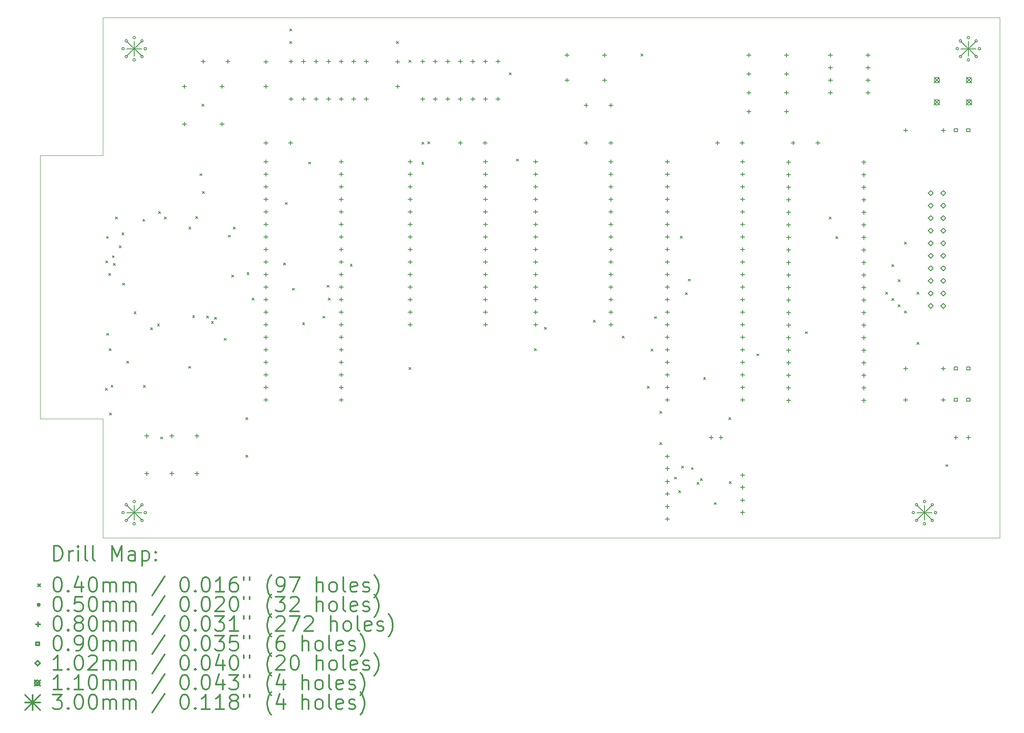
<source format=gbr>
%FSLAX45Y45*%
G04 Gerber Fmt 4.5, Leading zero omitted, Abs format (unit mm)*
G04 Created by KiCad (PCBNEW (5.1.2)-1) date 2019-08-07 20:20:41*
%MOMM*%
%LPD*%
G04 APERTURE LIST*
%ADD10C,0.050000*%
%ADD11C,0.200000*%
%ADD12C,0.300000*%
G04 APERTURE END LIST*
D10*
X25908000Y-14986000D02*
X7747000Y-14986000D01*
X25908000Y-4445000D02*
X25908000Y-14986000D01*
X25654000Y-4445000D02*
X25908000Y-4445000D01*
X7747000Y-4445000D02*
X25654000Y-4445000D01*
X7747000Y-7239000D02*
X7747000Y-4445000D01*
X6477000Y-7239000D02*
X7747000Y-7239000D01*
X6477000Y-12573000D02*
X6477000Y-7239000D01*
X7747000Y-12573000D02*
X6477000Y-12573000D01*
X7747000Y-14986000D02*
X7747000Y-12573000D01*
D11*
X7801070Y-11959990D02*
X7841070Y-11999990D01*
X7841070Y-11959990D02*
X7801070Y-11999990D01*
X7811010Y-9379640D02*
X7851010Y-9419640D01*
X7851010Y-9379640D02*
X7811010Y-9419640D01*
X7822630Y-8881420D02*
X7862630Y-8921420D01*
X7862630Y-8881420D02*
X7822630Y-8921420D01*
X7826860Y-10846290D02*
X7866860Y-10886290D01*
X7866860Y-10846290D02*
X7826860Y-10886290D01*
X7867520Y-9632510D02*
X7907520Y-9672510D01*
X7907520Y-9632510D02*
X7867520Y-9672510D01*
X7876420Y-11155950D02*
X7916420Y-11195950D01*
X7916420Y-11155950D02*
X7876420Y-11195950D01*
X7882070Y-12460750D02*
X7922070Y-12500750D01*
X7922070Y-12460750D02*
X7882070Y-12500750D01*
X7914350Y-11895090D02*
X7954350Y-11935090D01*
X7954350Y-11895090D02*
X7914350Y-11935090D01*
X7938990Y-9272320D02*
X7978990Y-9312320D01*
X7978990Y-9272320D02*
X7938990Y-9312320D01*
X7960440Y-9428220D02*
X8000440Y-9468220D01*
X8000440Y-9428220D02*
X7960440Y-9468220D01*
X8005170Y-8490770D02*
X8045170Y-8530770D01*
X8045170Y-8490770D02*
X8005170Y-8530770D01*
X8081100Y-9070350D02*
X8121100Y-9110350D01*
X8121100Y-9070350D02*
X8081100Y-9110350D01*
X8135170Y-8811020D02*
X8175170Y-8851020D01*
X8175170Y-8811020D02*
X8135170Y-8851020D01*
X8150220Y-9830590D02*
X8190220Y-9870590D01*
X8190220Y-9830590D02*
X8150220Y-9870590D01*
X8235000Y-11410000D02*
X8275000Y-11450000D01*
X8275000Y-11410000D02*
X8235000Y-11450000D01*
X8381260Y-10411270D02*
X8421260Y-10451270D01*
X8421260Y-10411270D02*
X8381260Y-10451270D01*
X8559240Y-8534538D02*
X8599240Y-8574538D01*
X8599240Y-8534538D02*
X8559240Y-8574538D01*
X8569800Y-11902270D02*
X8609800Y-11942270D01*
X8609800Y-11902270D02*
X8569800Y-11942270D01*
X8714460Y-10730830D02*
X8754460Y-10770830D01*
X8754460Y-10730830D02*
X8714460Y-10770830D01*
X8854310Y-10654170D02*
X8894310Y-10694170D01*
X8894310Y-10654170D02*
X8854310Y-10694170D01*
X8875040Y-8376470D02*
X8915040Y-8416470D01*
X8915040Y-8376470D02*
X8875040Y-8416470D01*
X8920450Y-12945700D02*
X8960450Y-12985700D01*
X8960450Y-12945700D02*
X8920450Y-12985700D01*
X8991590Y-8489537D02*
X9031590Y-8529537D01*
X9031590Y-8489537D02*
X8991590Y-8529537D01*
X9482900Y-11514900D02*
X9522900Y-11554900D01*
X9522900Y-11514900D02*
X9482900Y-11554900D01*
X9490650Y-8689970D02*
X9530650Y-8729970D01*
X9530650Y-8689970D02*
X9490650Y-8729970D01*
X9565210Y-10483920D02*
X9605210Y-10523920D01*
X9605210Y-10483920D02*
X9565210Y-10523920D01*
X9631340Y-8482610D02*
X9671340Y-8522610D01*
X9671340Y-8482610D02*
X9631340Y-8522610D01*
X9711150Y-7610770D02*
X9751150Y-7650770D01*
X9751150Y-7610770D02*
X9711150Y-7650770D01*
X9759000Y-6203000D02*
X9799000Y-6243000D01*
X9799000Y-6203000D02*
X9759000Y-6243000D01*
X9764360Y-7970990D02*
X9804360Y-8010990D01*
X9804360Y-7970990D02*
X9764360Y-8010990D01*
X9848430Y-10491950D02*
X9888430Y-10531950D01*
X9888430Y-10491950D02*
X9848430Y-10531950D01*
X9946880Y-10603750D02*
X9986880Y-10643750D01*
X9986880Y-10603750D02*
X9946880Y-10643750D01*
X10010000Y-10520380D02*
X10050000Y-10560380D01*
X10050000Y-10520380D02*
X10010000Y-10560380D01*
X10207350Y-10946720D02*
X10247350Y-10986720D01*
X10247350Y-10946720D02*
X10207350Y-10986720D01*
X10288780Y-8857060D02*
X10328780Y-8897060D01*
X10328780Y-8857060D02*
X10288780Y-8897060D01*
X10358470Y-9665510D02*
X10398470Y-9705510D01*
X10398470Y-9665510D02*
X10358470Y-9705510D01*
X10388540Y-8689540D02*
X10428540Y-8729540D01*
X10428540Y-8689540D02*
X10388540Y-8729540D01*
X10648000Y-12553000D02*
X10688000Y-12593000D01*
X10688000Y-12553000D02*
X10648000Y-12593000D01*
X10648000Y-13315000D02*
X10688000Y-13355000D01*
X10688000Y-13315000D02*
X10648000Y-13355000D01*
X10665950Y-9614050D02*
X10705950Y-9654050D01*
X10705950Y-9614050D02*
X10665950Y-9654050D01*
X10770770Y-10128680D02*
X10810770Y-10168680D01*
X10810770Y-10128680D02*
X10770770Y-10168680D01*
X11406990Y-9417530D02*
X11446990Y-9457530D01*
X11446990Y-9417530D02*
X11406990Y-9457530D01*
X11438730Y-8196930D02*
X11478730Y-8236930D01*
X11478730Y-8196930D02*
X11438730Y-8236930D01*
X11537000Y-4679000D02*
X11577000Y-4719000D01*
X11577000Y-4679000D02*
X11537000Y-4719000D01*
X11537000Y-4933000D02*
X11577000Y-4973000D01*
X11577000Y-4933000D02*
X11537000Y-4973000D01*
X11583510Y-9930700D02*
X11623510Y-9970700D01*
X11623510Y-9930700D02*
X11583510Y-9970700D01*
X11793450Y-10633120D02*
X11833450Y-10673120D01*
X11833450Y-10633120D02*
X11793450Y-10673120D01*
X11916010Y-7375180D02*
X11956010Y-7415180D01*
X11956010Y-7375180D02*
X11916010Y-7415180D01*
X12204580Y-10499960D02*
X12244580Y-10539960D01*
X12244580Y-10499960D02*
X12204580Y-10539960D01*
X12286930Y-9872430D02*
X12326930Y-9912430D01*
X12326930Y-9872430D02*
X12286930Y-9912430D01*
X12311650Y-10131210D02*
X12351650Y-10171210D01*
X12351650Y-10131210D02*
X12311650Y-10171210D01*
X12758200Y-9445200D02*
X12798200Y-9485200D01*
X12798200Y-9445200D02*
X12758200Y-9485200D01*
X13696000Y-4933000D02*
X13736000Y-4973000D01*
X13736000Y-4933000D02*
X13696000Y-4973000D01*
X13950000Y-5314000D02*
X13990000Y-5354000D01*
X13990000Y-5314000D02*
X13950000Y-5354000D01*
X13950000Y-11537000D02*
X13990000Y-11577000D01*
X13990000Y-11537000D02*
X13950000Y-11577000D01*
X14206460Y-7381030D02*
X14246460Y-7421030D01*
X14246460Y-7381030D02*
X14206460Y-7421030D01*
X14210999Y-6971999D02*
X14250999Y-7011999D01*
X14250999Y-6971999D02*
X14210999Y-7011999D01*
X14331000Y-6965000D02*
X14371000Y-7005000D01*
X14371000Y-6965000D02*
X14331000Y-7005000D01*
X15982000Y-5568000D02*
X16022000Y-5608000D01*
X16022000Y-5568000D02*
X15982000Y-5608000D01*
X16121560Y-7314390D02*
X16161560Y-7354390D01*
X16161560Y-7314390D02*
X16121560Y-7354390D01*
X16490000Y-11156000D02*
X16530000Y-11196000D01*
X16530000Y-11156000D02*
X16490000Y-11196000D01*
X16688980Y-10722560D02*
X16728980Y-10762560D01*
X16728980Y-10722560D02*
X16688980Y-10762560D01*
X17682580Y-10577880D02*
X17722580Y-10617880D01*
X17722580Y-10577880D02*
X17682580Y-10617880D01*
X18268000Y-10902000D02*
X18308000Y-10942000D01*
X18308000Y-10902000D02*
X18268000Y-10942000D01*
X18649000Y-5187000D02*
X18689000Y-5227000D01*
X18689000Y-5187000D02*
X18649000Y-5227000D01*
X18776000Y-11918000D02*
X18816000Y-11958000D01*
X18816000Y-11918000D02*
X18776000Y-11958000D01*
X18850640Y-11162370D02*
X18890640Y-11202370D01*
X18890640Y-11162370D02*
X18850640Y-11202370D01*
X18918350Y-10506590D02*
X18958350Y-10546590D01*
X18958350Y-10506590D02*
X18918350Y-10546590D01*
X19030000Y-12426000D02*
X19070000Y-12466000D01*
X19070000Y-12426000D02*
X19030000Y-12466000D01*
X19030000Y-13061000D02*
X19070000Y-13101000D01*
X19070000Y-13061000D02*
X19030000Y-13101000D01*
X19326560Y-13758430D02*
X19366560Y-13798430D01*
X19366560Y-13758430D02*
X19326560Y-13798430D01*
X19411030Y-14034860D02*
X19451030Y-14074860D01*
X19451030Y-14034860D02*
X19411030Y-14074860D01*
X19441720Y-8877230D02*
X19481720Y-8917230D01*
X19481720Y-8877230D02*
X19441720Y-8917230D01*
X19464790Y-13531370D02*
X19504790Y-13571370D01*
X19504790Y-13531370D02*
X19464790Y-13571370D01*
X19545450Y-10020500D02*
X19585450Y-10060500D01*
X19585450Y-10020500D02*
X19545450Y-10060500D01*
X19601210Y-9745430D02*
X19641210Y-9785430D01*
X19641210Y-9745430D02*
X19601210Y-9785430D01*
X19667480Y-13564750D02*
X19707480Y-13604750D01*
X19707480Y-13564750D02*
X19667480Y-13604750D01*
X19781240Y-13862880D02*
X19821240Y-13902880D01*
X19821240Y-13862880D02*
X19781240Y-13902880D01*
X19849170Y-13788580D02*
X19889170Y-13828580D01*
X19889170Y-13788580D02*
X19849170Y-13828580D01*
X19912900Y-11739950D02*
X19952900Y-11779950D01*
X19952900Y-11739950D02*
X19912900Y-11779950D01*
X20130410Y-14275350D02*
X20170410Y-14315350D01*
X20170410Y-14275350D02*
X20130410Y-14315350D01*
X20427000Y-12553000D02*
X20467000Y-12593000D01*
X20467000Y-12553000D02*
X20427000Y-12593000D01*
X20429740Y-13849500D02*
X20469740Y-13889500D01*
X20469740Y-13849500D02*
X20429740Y-13889500D01*
X20990280Y-11260070D02*
X21030280Y-11300070D01*
X21030280Y-11260070D02*
X20990280Y-11300070D01*
X21976500Y-10812800D02*
X22016500Y-10852800D01*
X22016500Y-10812800D02*
X21976500Y-10852800D01*
X22459000Y-8489000D02*
X22499000Y-8529000D01*
X22499000Y-8489000D02*
X22459000Y-8529000D01*
X22591370Y-8884410D02*
X22631370Y-8924410D01*
X22631370Y-8884410D02*
X22591370Y-8924410D01*
X23602000Y-10013000D02*
X23642000Y-10053000D01*
X23642000Y-10013000D02*
X23602000Y-10053000D01*
X23729000Y-9454590D02*
X23769000Y-9494590D01*
X23769000Y-9454590D02*
X23729000Y-9494590D01*
X23729000Y-10140000D02*
X23769000Y-10180000D01*
X23769000Y-10140000D02*
X23729000Y-10180000D01*
X23856000Y-9759000D02*
X23896000Y-9799000D01*
X23896000Y-9759000D02*
X23856000Y-9799000D01*
X23856000Y-10267000D02*
X23896000Y-10307000D01*
X23896000Y-10267000D02*
X23856000Y-10307000D01*
X23983000Y-8997000D02*
X24023000Y-9037000D01*
X24023000Y-8997000D02*
X23983000Y-9037000D01*
X23983000Y-10394000D02*
X24023000Y-10434000D01*
X24023000Y-10394000D02*
X23983000Y-10434000D01*
X24237000Y-10013000D02*
X24277000Y-10053000D01*
X24277000Y-10013000D02*
X24237000Y-10053000D01*
X24237000Y-11029000D02*
X24277000Y-11069000D01*
X24277000Y-11029000D02*
X24237000Y-11069000D01*
X24820020Y-13505550D02*
X24860020Y-13545550D01*
X24860020Y-13505550D02*
X24820020Y-13545550D01*
X8182000Y-14478000D02*
G75*
G03X8182000Y-14478000I-25000J0D01*
G01*
X8247901Y-14318901D02*
G75*
G03X8247901Y-14318901I-25000J0D01*
G01*
X8247901Y-14637099D02*
G75*
G03X8247901Y-14637099I-25000J0D01*
G01*
X8407000Y-14253000D02*
G75*
G03X8407000Y-14253000I-25000J0D01*
G01*
X8407000Y-14703000D02*
G75*
G03X8407000Y-14703000I-25000J0D01*
G01*
X8566099Y-14318901D02*
G75*
G03X8566099Y-14318901I-25000J0D01*
G01*
X8566099Y-14637099D02*
G75*
G03X8566099Y-14637099I-25000J0D01*
G01*
X8632000Y-14478000D02*
G75*
G03X8632000Y-14478000I-25000J0D01*
G01*
X25073000Y-5080000D02*
G75*
G03X25073000Y-5080000I-25000J0D01*
G01*
X25138901Y-4920901D02*
G75*
G03X25138901Y-4920901I-25000J0D01*
G01*
X25138901Y-5239099D02*
G75*
G03X25138901Y-5239099I-25000J0D01*
G01*
X25298000Y-4855000D02*
G75*
G03X25298000Y-4855000I-25000J0D01*
G01*
X25298000Y-5305000D02*
G75*
G03X25298000Y-5305000I-25000J0D01*
G01*
X25457099Y-4920901D02*
G75*
G03X25457099Y-4920901I-25000J0D01*
G01*
X25457099Y-5239099D02*
G75*
G03X25457099Y-5239099I-25000J0D01*
G01*
X25523000Y-5080000D02*
G75*
G03X25523000Y-5080000I-25000J0D01*
G01*
X24184000Y-14478000D02*
G75*
G03X24184000Y-14478000I-25000J0D01*
G01*
X24249901Y-14318901D02*
G75*
G03X24249901Y-14318901I-25000J0D01*
G01*
X24249901Y-14637099D02*
G75*
G03X24249901Y-14637099I-25000J0D01*
G01*
X24409000Y-14253000D02*
G75*
G03X24409000Y-14253000I-25000J0D01*
G01*
X24409000Y-14703000D02*
G75*
G03X24409000Y-14703000I-25000J0D01*
G01*
X24568099Y-14318901D02*
G75*
G03X24568099Y-14318901I-25000J0D01*
G01*
X24568099Y-14637099D02*
G75*
G03X24568099Y-14637099I-25000J0D01*
G01*
X24634000Y-14478000D02*
G75*
G03X24634000Y-14478000I-25000J0D01*
G01*
X8182000Y-5080000D02*
G75*
G03X8182000Y-5080000I-25000J0D01*
G01*
X8247901Y-4920901D02*
G75*
G03X8247901Y-4920901I-25000J0D01*
G01*
X8247901Y-5239099D02*
G75*
G03X8247901Y-5239099I-25000J0D01*
G01*
X8407000Y-4855000D02*
G75*
G03X8407000Y-4855000I-25000J0D01*
G01*
X8407000Y-5305000D02*
G75*
G03X8407000Y-5305000I-25000J0D01*
G01*
X8566099Y-4920901D02*
G75*
G03X8566099Y-4920901I-25000J0D01*
G01*
X8566099Y-5239099D02*
G75*
G03X8566099Y-5239099I-25000J0D01*
G01*
X8632000Y-5080000D02*
G75*
G03X8632000Y-5080000I-25000J0D01*
G01*
X9652000Y-12884000D02*
X9652000Y-12964000D01*
X9612000Y-12924000D02*
X9692000Y-12924000D01*
X9652000Y-13646000D02*
X9652000Y-13726000D01*
X9612000Y-13686000D02*
X9692000Y-13686000D01*
X19177000Y-13295000D02*
X19177000Y-13375000D01*
X19137000Y-13335000D02*
X19217000Y-13335000D01*
X19177000Y-13545000D02*
X19177000Y-13625000D01*
X19137000Y-13585000D02*
X19217000Y-13585000D01*
X8636000Y-12884000D02*
X8636000Y-12964000D01*
X8596000Y-12924000D02*
X8676000Y-12924000D01*
X8636000Y-13646000D02*
X8636000Y-13726000D01*
X8596000Y-13686000D02*
X8676000Y-13686000D01*
X21725000Y-6945000D02*
X21725000Y-7025000D01*
X21685000Y-6985000D02*
X21765000Y-6985000D01*
X22225000Y-6945000D02*
X22225000Y-7025000D01*
X22185000Y-6985000D02*
X22265000Y-6985000D01*
X20701000Y-13676000D02*
X20701000Y-13756000D01*
X20661000Y-13716000D02*
X20741000Y-13716000D01*
X20701000Y-13926000D02*
X20701000Y-14006000D01*
X20661000Y-13966000D02*
X20741000Y-13966000D01*
X9144000Y-12884000D02*
X9144000Y-12964000D01*
X9104000Y-12924000D02*
X9184000Y-12924000D01*
X9144000Y-13646000D02*
X9144000Y-13726000D01*
X9104000Y-13686000D02*
X9184000Y-13686000D01*
X11557000Y-5294000D02*
X11557000Y-5374000D01*
X11517000Y-5334000D02*
X11597000Y-5334000D01*
X11557000Y-6056000D02*
X11557000Y-6136000D01*
X11517000Y-6096000D02*
X11597000Y-6096000D01*
X11811000Y-5294000D02*
X11811000Y-5374000D01*
X11771000Y-5334000D02*
X11851000Y-5334000D01*
X11811000Y-6056000D02*
X11811000Y-6136000D01*
X11771000Y-6096000D02*
X11851000Y-6096000D01*
X12065000Y-5294000D02*
X12065000Y-5374000D01*
X12025000Y-5334000D02*
X12105000Y-5334000D01*
X12065000Y-6056000D02*
X12065000Y-6136000D01*
X12025000Y-6096000D02*
X12105000Y-6096000D01*
X12319000Y-5294000D02*
X12319000Y-5374000D01*
X12279000Y-5334000D02*
X12359000Y-5334000D01*
X12319000Y-6056000D02*
X12319000Y-6136000D01*
X12279000Y-6096000D02*
X12359000Y-6096000D01*
X12573000Y-5294000D02*
X12573000Y-5374000D01*
X12533000Y-5334000D02*
X12613000Y-5334000D01*
X12573000Y-6056000D02*
X12573000Y-6136000D01*
X12533000Y-6096000D02*
X12613000Y-6096000D01*
X12827000Y-5294000D02*
X12827000Y-5374000D01*
X12787000Y-5334000D02*
X12867000Y-5334000D01*
X12827000Y-6056000D02*
X12827000Y-6136000D01*
X12787000Y-6096000D02*
X12867000Y-6096000D01*
X13081000Y-5294000D02*
X13081000Y-5374000D01*
X13041000Y-5334000D02*
X13121000Y-5334000D01*
X13081000Y-6056000D02*
X13081000Y-6136000D01*
X13041000Y-6096000D02*
X13121000Y-6096000D01*
X17145000Y-5167000D02*
X17145000Y-5247000D01*
X17105000Y-5207000D02*
X17185000Y-5207000D01*
X17907000Y-5167000D02*
X17907000Y-5247000D01*
X17867000Y-5207000D02*
X17947000Y-5207000D01*
X25023000Y-12914000D02*
X25023000Y-12994000D01*
X24983000Y-12954000D02*
X25063000Y-12954000D01*
X25273000Y-12914000D02*
X25273000Y-12994000D01*
X25233000Y-12954000D02*
X25313000Y-12954000D01*
X13970000Y-7326000D02*
X13970000Y-7406000D01*
X13930000Y-7366000D02*
X14010000Y-7366000D01*
X13970000Y-7580000D02*
X13970000Y-7660000D01*
X13930000Y-7620000D02*
X14010000Y-7620000D01*
X13970000Y-7834000D02*
X13970000Y-7914000D01*
X13930000Y-7874000D02*
X14010000Y-7874000D01*
X13970000Y-8088000D02*
X13970000Y-8168000D01*
X13930000Y-8128000D02*
X14010000Y-8128000D01*
X13970000Y-8342000D02*
X13970000Y-8422000D01*
X13930000Y-8382000D02*
X14010000Y-8382000D01*
X13970000Y-8596000D02*
X13970000Y-8676000D01*
X13930000Y-8636000D02*
X14010000Y-8636000D01*
X13970000Y-8850000D02*
X13970000Y-8930000D01*
X13930000Y-8890000D02*
X14010000Y-8890000D01*
X13970000Y-9104000D02*
X13970000Y-9184000D01*
X13930000Y-9144000D02*
X14010000Y-9144000D01*
X13970000Y-9358000D02*
X13970000Y-9438000D01*
X13930000Y-9398000D02*
X14010000Y-9398000D01*
X13970000Y-9612000D02*
X13970000Y-9692000D01*
X13930000Y-9652000D02*
X14010000Y-9652000D01*
X13970000Y-9866000D02*
X13970000Y-9946000D01*
X13930000Y-9906000D02*
X14010000Y-9906000D01*
X13970000Y-10120000D02*
X13970000Y-10200000D01*
X13930000Y-10160000D02*
X14010000Y-10160000D01*
X13970000Y-10374000D02*
X13970000Y-10454000D01*
X13930000Y-10414000D02*
X14010000Y-10414000D01*
X13970000Y-10628000D02*
X13970000Y-10708000D01*
X13930000Y-10668000D02*
X14010000Y-10668000D01*
X15494000Y-7326000D02*
X15494000Y-7406000D01*
X15454000Y-7366000D02*
X15534000Y-7366000D01*
X15494000Y-7580000D02*
X15494000Y-7660000D01*
X15454000Y-7620000D02*
X15534000Y-7620000D01*
X15494000Y-7834000D02*
X15494000Y-7914000D01*
X15454000Y-7874000D02*
X15534000Y-7874000D01*
X15494000Y-8088000D02*
X15494000Y-8168000D01*
X15454000Y-8128000D02*
X15534000Y-8128000D01*
X15494000Y-8342000D02*
X15494000Y-8422000D01*
X15454000Y-8382000D02*
X15534000Y-8382000D01*
X15494000Y-8596000D02*
X15494000Y-8676000D01*
X15454000Y-8636000D02*
X15534000Y-8636000D01*
X15494000Y-8850000D02*
X15494000Y-8930000D01*
X15454000Y-8890000D02*
X15534000Y-8890000D01*
X15494000Y-9104000D02*
X15494000Y-9184000D01*
X15454000Y-9144000D02*
X15534000Y-9144000D01*
X15494000Y-9358000D02*
X15494000Y-9438000D01*
X15454000Y-9398000D02*
X15534000Y-9398000D01*
X15494000Y-9612000D02*
X15494000Y-9692000D01*
X15454000Y-9652000D02*
X15534000Y-9652000D01*
X15494000Y-9866000D02*
X15494000Y-9946000D01*
X15454000Y-9906000D02*
X15534000Y-9906000D01*
X15494000Y-10120000D02*
X15494000Y-10200000D01*
X15454000Y-10160000D02*
X15534000Y-10160000D01*
X15494000Y-10374000D02*
X15494000Y-10454000D01*
X15454000Y-10414000D02*
X15534000Y-10414000D01*
X15494000Y-10628000D02*
X15494000Y-10708000D01*
X15454000Y-10668000D02*
X15534000Y-10668000D01*
X20828000Y-5548000D02*
X20828000Y-5628000D01*
X20788000Y-5588000D02*
X20868000Y-5588000D01*
X21590000Y-5548000D02*
X21590000Y-5628000D01*
X21550000Y-5588000D02*
X21630000Y-5588000D01*
X14224000Y-5294000D02*
X14224000Y-5374000D01*
X14184000Y-5334000D02*
X14264000Y-5334000D01*
X14224000Y-6056000D02*
X14224000Y-6136000D01*
X14184000Y-6096000D02*
X14264000Y-6096000D01*
X14478000Y-5294000D02*
X14478000Y-5374000D01*
X14438000Y-5334000D02*
X14518000Y-5334000D01*
X14478000Y-6056000D02*
X14478000Y-6136000D01*
X14438000Y-6096000D02*
X14518000Y-6096000D01*
X14732000Y-5294000D02*
X14732000Y-5374000D01*
X14692000Y-5334000D02*
X14772000Y-5334000D01*
X14732000Y-6056000D02*
X14732000Y-6136000D01*
X14692000Y-6096000D02*
X14772000Y-6096000D01*
X14986000Y-5294000D02*
X14986000Y-5374000D01*
X14946000Y-5334000D02*
X15026000Y-5334000D01*
X14986000Y-6056000D02*
X14986000Y-6136000D01*
X14946000Y-6096000D02*
X15026000Y-6096000D01*
X15240000Y-5294000D02*
X15240000Y-5374000D01*
X15200000Y-5334000D02*
X15280000Y-5334000D01*
X15240000Y-6056000D02*
X15240000Y-6136000D01*
X15200000Y-6096000D02*
X15280000Y-6096000D01*
X15494000Y-5294000D02*
X15494000Y-5374000D01*
X15454000Y-5334000D02*
X15534000Y-5334000D01*
X15494000Y-6056000D02*
X15494000Y-6136000D01*
X15454000Y-6096000D02*
X15534000Y-6096000D01*
X15748000Y-5294000D02*
X15748000Y-5374000D01*
X15708000Y-5334000D02*
X15788000Y-5334000D01*
X15748000Y-6056000D02*
X15748000Y-6136000D01*
X15708000Y-6096000D02*
X15788000Y-6096000D01*
X20066000Y-12914000D02*
X20066000Y-12994000D01*
X20026000Y-12954000D02*
X20106000Y-12954000D01*
X20266000Y-12914000D02*
X20266000Y-12994000D01*
X20226000Y-12954000D02*
X20306000Y-12954000D01*
X20193000Y-6945000D02*
X20193000Y-7025000D01*
X20153000Y-6985000D02*
X20233000Y-6985000D01*
X20693000Y-6945000D02*
X20693000Y-7025000D01*
X20653000Y-6985000D02*
X20733000Y-6985000D01*
X16510000Y-7326000D02*
X16510000Y-7406000D01*
X16470000Y-7366000D02*
X16550000Y-7366000D01*
X16510000Y-7580000D02*
X16510000Y-7660000D01*
X16470000Y-7620000D02*
X16550000Y-7620000D01*
X16510000Y-7834000D02*
X16510000Y-7914000D01*
X16470000Y-7874000D02*
X16550000Y-7874000D01*
X16510000Y-8088000D02*
X16510000Y-8168000D01*
X16470000Y-8128000D02*
X16550000Y-8128000D01*
X16510000Y-8342000D02*
X16510000Y-8422000D01*
X16470000Y-8382000D02*
X16550000Y-8382000D01*
X16510000Y-8596000D02*
X16510000Y-8676000D01*
X16470000Y-8636000D02*
X16550000Y-8636000D01*
X16510000Y-8850000D02*
X16510000Y-8930000D01*
X16470000Y-8890000D02*
X16550000Y-8890000D01*
X16510000Y-9104000D02*
X16510000Y-9184000D01*
X16470000Y-9144000D02*
X16550000Y-9144000D01*
X16510000Y-9358000D02*
X16510000Y-9438000D01*
X16470000Y-9398000D02*
X16550000Y-9398000D01*
X16510000Y-9612000D02*
X16510000Y-9692000D01*
X16470000Y-9652000D02*
X16550000Y-9652000D01*
X16510000Y-9866000D02*
X16510000Y-9946000D01*
X16470000Y-9906000D02*
X16550000Y-9906000D01*
X16510000Y-10120000D02*
X16510000Y-10200000D01*
X16470000Y-10160000D02*
X16550000Y-10160000D01*
X16510000Y-10374000D02*
X16510000Y-10454000D01*
X16470000Y-10414000D02*
X16550000Y-10414000D01*
X16510000Y-10628000D02*
X16510000Y-10708000D01*
X16470000Y-10668000D02*
X16550000Y-10668000D01*
X18034000Y-7326000D02*
X18034000Y-7406000D01*
X17994000Y-7366000D02*
X18074000Y-7366000D01*
X18034000Y-7580000D02*
X18034000Y-7660000D01*
X17994000Y-7620000D02*
X18074000Y-7620000D01*
X18034000Y-7834000D02*
X18034000Y-7914000D01*
X17994000Y-7874000D02*
X18074000Y-7874000D01*
X18034000Y-8088000D02*
X18034000Y-8168000D01*
X17994000Y-8128000D02*
X18074000Y-8128000D01*
X18034000Y-8342000D02*
X18034000Y-8422000D01*
X17994000Y-8382000D02*
X18074000Y-8382000D01*
X18034000Y-8596000D02*
X18034000Y-8676000D01*
X17994000Y-8636000D02*
X18074000Y-8636000D01*
X18034000Y-8850000D02*
X18034000Y-8930000D01*
X17994000Y-8890000D02*
X18074000Y-8890000D01*
X18034000Y-9104000D02*
X18034000Y-9184000D01*
X17994000Y-9144000D02*
X18074000Y-9144000D01*
X18034000Y-9358000D02*
X18034000Y-9438000D01*
X17994000Y-9398000D02*
X18074000Y-9398000D01*
X18034000Y-9612000D02*
X18034000Y-9692000D01*
X17994000Y-9652000D02*
X18074000Y-9652000D01*
X18034000Y-9866000D02*
X18034000Y-9946000D01*
X17994000Y-9906000D02*
X18074000Y-9906000D01*
X18034000Y-10120000D02*
X18034000Y-10200000D01*
X17994000Y-10160000D02*
X18074000Y-10160000D01*
X18034000Y-10374000D02*
X18034000Y-10454000D01*
X17994000Y-10414000D02*
X18074000Y-10414000D01*
X18034000Y-10628000D02*
X18034000Y-10708000D01*
X17994000Y-10668000D02*
X18074000Y-10668000D01*
X20828000Y-5167000D02*
X20828000Y-5247000D01*
X20788000Y-5207000D02*
X20868000Y-5207000D01*
X21590000Y-5167000D02*
X21590000Y-5247000D01*
X21550000Y-5207000D02*
X21630000Y-5207000D01*
X24003000Y-11517000D02*
X24003000Y-11597000D01*
X23963000Y-11557000D02*
X24043000Y-11557000D01*
X24765000Y-11517000D02*
X24765000Y-11597000D01*
X24725000Y-11557000D02*
X24805000Y-11557000D01*
X13716000Y-5302000D02*
X13716000Y-5382000D01*
X13676000Y-5342000D02*
X13756000Y-5342000D01*
X13716000Y-5802000D02*
X13716000Y-5882000D01*
X13676000Y-5842000D02*
X13756000Y-5842000D01*
X21635000Y-7338000D02*
X21635000Y-7418000D01*
X21595000Y-7378000D02*
X21675000Y-7378000D01*
X21635000Y-7592000D02*
X21635000Y-7672000D01*
X21595000Y-7632000D02*
X21675000Y-7632000D01*
X21635000Y-7846000D02*
X21635000Y-7926000D01*
X21595000Y-7886000D02*
X21675000Y-7886000D01*
X21635000Y-8100000D02*
X21635000Y-8180000D01*
X21595000Y-8140000D02*
X21675000Y-8140000D01*
X21635000Y-8354000D02*
X21635000Y-8434000D01*
X21595000Y-8394000D02*
X21675000Y-8394000D01*
X21635000Y-8608000D02*
X21635000Y-8688000D01*
X21595000Y-8648000D02*
X21675000Y-8648000D01*
X21635000Y-8862000D02*
X21635000Y-8942000D01*
X21595000Y-8902000D02*
X21675000Y-8902000D01*
X21635000Y-9116000D02*
X21635000Y-9196000D01*
X21595000Y-9156000D02*
X21675000Y-9156000D01*
X21635000Y-9370000D02*
X21635000Y-9450000D01*
X21595000Y-9410000D02*
X21675000Y-9410000D01*
X21635000Y-9624000D02*
X21635000Y-9704000D01*
X21595000Y-9664000D02*
X21675000Y-9664000D01*
X21635000Y-9878000D02*
X21635000Y-9958000D01*
X21595000Y-9918000D02*
X21675000Y-9918000D01*
X21635000Y-10132000D02*
X21635000Y-10212000D01*
X21595000Y-10172000D02*
X21675000Y-10172000D01*
X21635000Y-10386000D02*
X21635000Y-10466000D01*
X21595000Y-10426000D02*
X21675000Y-10426000D01*
X21635000Y-10640000D02*
X21635000Y-10720000D01*
X21595000Y-10680000D02*
X21675000Y-10680000D01*
X21635000Y-10894000D02*
X21635000Y-10974000D01*
X21595000Y-10934000D02*
X21675000Y-10934000D01*
X21635000Y-11148000D02*
X21635000Y-11228000D01*
X21595000Y-11188000D02*
X21675000Y-11188000D01*
X21635000Y-11402000D02*
X21635000Y-11482000D01*
X21595000Y-11442000D02*
X21675000Y-11442000D01*
X21635000Y-11656000D02*
X21635000Y-11736000D01*
X21595000Y-11696000D02*
X21675000Y-11696000D01*
X21635000Y-11910000D02*
X21635000Y-11990000D01*
X21595000Y-11950000D02*
X21675000Y-11950000D01*
X21635000Y-12164000D02*
X21635000Y-12244000D01*
X21595000Y-12204000D02*
X21675000Y-12204000D01*
X23159000Y-7338000D02*
X23159000Y-7418000D01*
X23119000Y-7378000D02*
X23199000Y-7378000D01*
X23159000Y-7592000D02*
X23159000Y-7672000D01*
X23119000Y-7632000D02*
X23199000Y-7632000D01*
X23159000Y-7846000D02*
X23159000Y-7926000D01*
X23119000Y-7886000D02*
X23199000Y-7886000D01*
X23159000Y-8100000D02*
X23159000Y-8180000D01*
X23119000Y-8140000D02*
X23199000Y-8140000D01*
X23159000Y-8354000D02*
X23159000Y-8434000D01*
X23119000Y-8394000D02*
X23199000Y-8394000D01*
X23159000Y-8608000D02*
X23159000Y-8688000D01*
X23119000Y-8648000D02*
X23199000Y-8648000D01*
X23159000Y-8862000D02*
X23159000Y-8942000D01*
X23119000Y-8902000D02*
X23199000Y-8902000D01*
X23159000Y-9116000D02*
X23159000Y-9196000D01*
X23119000Y-9156000D02*
X23199000Y-9156000D01*
X23159000Y-9370000D02*
X23159000Y-9450000D01*
X23119000Y-9410000D02*
X23199000Y-9410000D01*
X23159000Y-9624000D02*
X23159000Y-9704000D01*
X23119000Y-9664000D02*
X23199000Y-9664000D01*
X23159000Y-9878000D02*
X23159000Y-9958000D01*
X23119000Y-9918000D02*
X23199000Y-9918000D01*
X23159000Y-10132000D02*
X23159000Y-10212000D01*
X23119000Y-10172000D02*
X23199000Y-10172000D01*
X23159000Y-10386000D02*
X23159000Y-10466000D01*
X23119000Y-10426000D02*
X23199000Y-10426000D01*
X23159000Y-10640000D02*
X23159000Y-10720000D01*
X23119000Y-10680000D02*
X23199000Y-10680000D01*
X23159000Y-10894000D02*
X23159000Y-10974000D01*
X23119000Y-10934000D02*
X23199000Y-10934000D01*
X23159000Y-11148000D02*
X23159000Y-11228000D01*
X23119000Y-11188000D02*
X23199000Y-11188000D01*
X23159000Y-11402000D02*
X23159000Y-11482000D01*
X23119000Y-11442000D02*
X23199000Y-11442000D01*
X23159000Y-11656000D02*
X23159000Y-11736000D01*
X23119000Y-11696000D02*
X23199000Y-11696000D01*
X23159000Y-11910000D02*
X23159000Y-11990000D01*
X23119000Y-11950000D02*
X23199000Y-11950000D01*
X23159000Y-12164000D02*
X23159000Y-12244000D01*
X23119000Y-12204000D02*
X23199000Y-12204000D01*
X19177000Y-7326000D02*
X19177000Y-7406000D01*
X19137000Y-7366000D02*
X19217000Y-7366000D01*
X19177000Y-7580000D02*
X19177000Y-7660000D01*
X19137000Y-7620000D02*
X19217000Y-7620000D01*
X19177000Y-7834000D02*
X19177000Y-7914000D01*
X19137000Y-7874000D02*
X19217000Y-7874000D01*
X19177000Y-8088000D02*
X19177000Y-8168000D01*
X19137000Y-8128000D02*
X19217000Y-8128000D01*
X19177000Y-8342000D02*
X19177000Y-8422000D01*
X19137000Y-8382000D02*
X19217000Y-8382000D01*
X19177000Y-8596000D02*
X19177000Y-8676000D01*
X19137000Y-8636000D02*
X19217000Y-8636000D01*
X19177000Y-8850000D02*
X19177000Y-8930000D01*
X19137000Y-8890000D02*
X19217000Y-8890000D01*
X19177000Y-9104000D02*
X19177000Y-9184000D01*
X19137000Y-9144000D02*
X19217000Y-9144000D01*
X19177000Y-9358000D02*
X19177000Y-9438000D01*
X19137000Y-9398000D02*
X19217000Y-9398000D01*
X19177000Y-9612000D02*
X19177000Y-9692000D01*
X19137000Y-9652000D02*
X19217000Y-9652000D01*
X19177000Y-9866000D02*
X19177000Y-9946000D01*
X19137000Y-9906000D02*
X19217000Y-9906000D01*
X19177000Y-10120000D02*
X19177000Y-10200000D01*
X19137000Y-10160000D02*
X19217000Y-10160000D01*
X19177000Y-10374000D02*
X19177000Y-10454000D01*
X19137000Y-10414000D02*
X19217000Y-10414000D01*
X19177000Y-10628000D02*
X19177000Y-10708000D01*
X19137000Y-10668000D02*
X19217000Y-10668000D01*
X19177000Y-10882000D02*
X19177000Y-10962000D01*
X19137000Y-10922000D02*
X19217000Y-10922000D01*
X19177000Y-11136000D02*
X19177000Y-11216000D01*
X19137000Y-11176000D02*
X19217000Y-11176000D01*
X19177000Y-11390000D02*
X19177000Y-11470000D01*
X19137000Y-11430000D02*
X19217000Y-11430000D01*
X19177000Y-11644000D02*
X19177000Y-11724000D01*
X19137000Y-11684000D02*
X19217000Y-11684000D01*
X19177000Y-11898000D02*
X19177000Y-11978000D01*
X19137000Y-11938000D02*
X19217000Y-11938000D01*
X19177000Y-12152000D02*
X19177000Y-12232000D01*
X19137000Y-12192000D02*
X19217000Y-12192000D01*
X20701000Y-7326000D02*
X20701000Y-7406000D01*
X20661000Y-7366000D02*
X20741000Y-7366000D01*
X20701000Y-7580000D02*
X20701000Y-7660000D01*
X20661000Y-7620000D02*
X20741000Y-7620000D01*
X20701000Y-7834000D02*
X20701000Y-7914000D01*
X20661000Y-7874000D02*
X20741000Y-7874000D01*
X20701000Y-8088000D02*
X20701000Y-8168000D01*
X20661000Y-8128000D02*
X20741000Y-8128000D01*
X20701000Y-8342000D02*
X20701000Y-8422000D01*
X20661000Y-8382000D02*
X20741000Y-8382000D01*
X20701000Y-8596000D02*
X20701000Y-8676000D01*
X20661000Y-8636000D02*
X20741000Y-8636000D01*
X20701000Y-8850000D02*
X20701000Y-8930000D01*
X20661000Y-8890000D02*
X20741000Y-8890000D01*
X20701000Y-9104000D02*
X20701000Y-9184000D01*
X20661000Y-9144000D02*
X20741000Y-9144000D01*
X20701000Y-9358000D02*
X20701000Y-9438000D01*
X20661000Y-9398000D02*
X20741000Y-9398000D01*
X20701000Y-9612000D02*
X20701000Y-9692000D01*
X20661000Y-9652000D02*
X20741000Y-9652000D01*
X20701000Y-9866000D02*
X20701000Y-9946000D01*
X20661000Y-9906000D02*
X20741000Y-9906000D01*
X20701000Y-10120000D02*
X20701000Y-10200000D01*
X20661000Y-10160000D02*
X20741000Y-10160000D01*
X20701000Y-10374000D02*
X20701000Y-10454000D01*
X20661000Y-10414000D02*
X20741000Y-10414000D01*
X20701000Y-10628000D02*
X20701000Y-10708000D01*
X20661000Y-10668000D02*
X20741000Y-10668000D01*
X20701000Y-10882000D02*
X20701000Y-10962000D01*
X20661000Y-10922000D02*
X20741000Y-10922000D01*
X20701000Y-11136000D02*
X20701000Y-11216000D01*
X20661000Y-11176000D02*
X20741000Y-11176000D01*
X20701000Y-11390000D02*
X20701000Y-11470000D01*
X20661000Y-11430000D02*
X20741000Y-11430000D01*
X20701000Y-11644000D02*
X20701000Y-11724000D01*
X20661000Y-11684000D02*
X20741000Y-11684000D01*
X20701000Y-11898000D02*
X20701000Y-11978000D01*
X20661000Y-11938000D02*
X20741000Y-11938000D01*
X20701000Y-12152000D02*
X20701000Y-12232000D01*
X20661000Y-12192000D02*
X20741000Y-12192000D01*
X20701000Y-14184000D02*
X20701000Y-14264000D01*
X20661000Y-14224000D02*
X20741000Y-14224000D01*
X20701000Y-14434000D02*
X20701000Y-14514000D01*
X20661000Y-14474000D02*
X20741000Y-14474000D01*
X17145000Y-5675000D02*
X17145000Y-5755000D01*
X17105000Y-5715000D02*
X17185000Y-5715000D01*
X17907000Y-5675000D02*
X17907000Y-5755000D01*
X17867000Y-5715000D02*
X17947000Y-5715000D01*
X14986000Y-6945000D02*
X14986000Y-7025000D01*
X14946000Y-6985000D02*
X15026000Y-6985000D01*
X15486000Y-6945000D02*
X15486000Y-7025000D01*
X15446000Y-6985000D02*
X15526000Y-6985000D01*
X17534000Y-6945000D02*
X17534000Y-7025000D01*
X17494000Y-6985000D02*
X17574000Y-6985000D01*
X18034000Y-6945000D02*
X18034000Y-7025000D01*
X17994000Y-6985000D02*
X18074000Y-6985000D01*
X9398000Y-5802000D02*
X9398000Y-5882000D01*
X9358000Y-5842000D02*
X9438000Y-5842000D01*
X9398000Y-6564000D02*
X9398000Y-6644000D01*
X9358000Y-6604000D02*
X9438000Y-6604000D01*
X10160000Y-5802000D02*
X10160000Y-5882000D01*
X10120000Y-5842000D02*
X10200000Y-5842000D01*
X10160000Y-6564000D02*
X10160000Y-6644000D01*
X10120000Y-6604000D02*
X10200000Y-6604000D01*
X19177000Y-13807000D02*
X19177000Y-13887000D01*
X19137000Y-13847000D02*
X19217000Y-13847000D01*
X19177000Y-14057000D02*
X19177000Y-14137000D01*
X19137000Y-14097000D02*
X19217000Y-14097000D01*
X20828000Y-5929000D02*
X20828000Y-6009000D01*
X20788000Y-5969000D02*
X20868000Y-5969000D01*
X21590000Y-5929000D02*
X21590000Y-6009000D01*
X21550000Y-5969000D02*
X21630000Y-5969000D01*
X11049000Y-5302000D02*
X11049000Y-5382000D01*
X11009000Y-5342000D02*
X11089000Y-5342000D01*
X11049000Y-5802000D02*
X11049000Y-5882000D01*
X11009000Y-5842000D02*
X11089000Y-5842000D01*
X22479000Y-5167000D02*
X22479000Y-5247000D01*
X22439000Y-5207000D02*
X22519000Y-5207000D01*
X22479000Y-5421000D02*
X22479000Y-5501000D01*
X22439000Y-5461000D02*
X22519000Y-5461000D01*
X22479000Y-5675000D02*
X22479000Y-5755000D01*
X22439000Y-5715000D02*
X22519000Y-5715000D01*
X22479000Y-5929000D02*
X22479000Y-6009000D01*
X22439000Y-5969000D02*
X22519000Y-5969000D01*
X23241000Y-5167000D02*
X23241000Y-5247000D01*
X23201000Y-5207000D02*
X23281000Y-5207000D01*
X23241000Y-5421000D02*
X23241000Y-5501000D01*
X23201000Y-5461000D02*
X23281000Y-5461000D01*
X23241000Y-5675000D02*
X23241000Y-5755000D01*
X23201000Y-5715000D02*
X23281000Y-5715000D01*
X23241000Y-5929000D02*
X23241000Y-6009000D01*
X23201000Y-5969000D02*
X23281000Y-5969000D01*
X19177000Y-14315000D02*
X19177000Y-14395000D01*
X19137000Y-14355000D02*
X19217000Y-14355000D01*
X19177000Y-14565000D02*
X19177000Y-14645000D01*
X19137000Y-14605000D02*
X19217000Y-14605000D01*
X24003000Y-6691000D02*
X24003000Y-6771000D01*
X23963000Y-6731000D02*
X24043000Y-6731000D01*
X24765000Y-6691000D02*
X24765000Y-6771000D01*
X24725000Y-6731000D02*
X24805000Y-6731000D01*
X17534000Y-6183000D02*
X17534000Y-6263000D01*
X17494000Y-6223000D02*
X17574000Y-6223000D01*
X18034000Y-6183000D02*
X18034000Y-6263000D01*
X17994000Y-6223000D02*
X18074000Y-6223000D01*
X11049000Y-6945000D02*
X11049000Y-7025000D01*
X11009000Y-6985000D02*
X11089000Y-6985000D01*
X11549000Y-6945000D02*
X11549000Y-7025000D01*
X11509000Y-6985000D02*
X11589000Y-6985000D01*
X20828000Y-6310000D02*
X20828000Y-6390000D01*
X20788000Y-6350000D02*
X20868000Y-6350000D01*
X21590000Y-6310000D02*
X21590000Y-6390000D01*
X21550000Y-6350000D02*
X21630000Y-6350000D01*
X11049000Y-7326000D02*
X11049000Y-7406000D01*
X11009000Y-7366000D02*
X11089000Y-7366000D01*
X11049000Y-7580000D02*
X11049000Y-7660000D01*
X11009000Y-7620000D02*
X11089000Y-7620000D01*
X11049000Y-7834000D02*
X11049000Y-7914000D01*
X11009000Y-7874000D02*
X11089000Y-7874000D01*
X11049000Y-8088000D02*
X11049000Y-8168000D01*
X11009000Y-8128000D02*
X11089000Y-8128000D01*
X11049000Y-8342000D02*
X11049000Y-8422000D01*
X11009000Y-8382000D02*
X11089000Y-8382000D01*
X11049000Y-8596000D02*
X11049000Y-8676000D01*
X11009000Y-8636000D02*
X11089000Y-8636000D01*
X11049000Y-8850000D02*
X11049000Y-8930000D01*
X11009000Y-8890000D02*
X11089000Y-8890000D01*
X11049000Y-9104000D02*
X11049000Y-9184000D01*
X11009000Y-9144000D02*
X11089000Y-9144000D01*
X11049000Y-9358000D02*
X11049000Y-9438000D01*
X11009000Y-9398000D02*
X11089000Y-9398000D01*
X11049000Y-9612000D02*
X11049000Y-9692000D01*
X11009000Y-9652000D02*
X11089000Y-9652000D01*
X11049000Y-9866000D02*
X11049000Y-9946000D01*
X11009000Y-9906000D02*
X11089000Y-9906000D01*
X11049000Y-10120000D02*
X11049000Y-10200000D01*
X11009000Y-10160000D02*
X11089000Y-10160000D01*
X11049000Y-10374000D02*
X11049000Y-10454000D01*
X11009000Y-10414000D02*
X11089000Y-10414000D01*
X11049000Y-10628000D02*
X11049000Y-10708000D01*
X11009000Y-10668000D02*
X11089000Y-10668000D01*
X11049000Y-10882000D02*
X11049000Y-10962000D01*
X11009000Y-10922000D02*
X11089000Y-10922000D01*
X11049000Y-11136000D02*
X11049000Y-11216000D01*
X11009000Y-11176000D02*
X11089000Y-11176000D01*
X11049000Y-11390000D02*
X11049000Y-11470000D01*
X11009000Y-11430000D02*
X11089000Y-11430000D01*
X11049000Y-11644000D02*
X11049000Y-11724000D01*
X11009000Y-11684000D02*
X11089000Y-11684000D01*
X11049000Y-11898000D02*
X11049000Y-11978000D01*
X11009000Y-11938000D02*
X11089000Y-11938000D01*
X11049000Y-12152000D02*
X11049000Y-12232000D01*
X11009000Y-12192000D02*
X11089000Y-12192000D01*
X12573000Y-7326000D02*
X12573000Y-7406000D01*
X12533000Y-7366000D02*
X12613000Y-7366000D01*
X12573000Y-7580000D02*
X12573000Y-7660000D01*
X12533000Y-7620000D02*
X12613000Y-7620000D01*
X12573000Y-7834000D02*
X12573000Y-7914000D01*
X12533000Y-7874000D02*
X12613000Y-7874000D01*
X12573000Y-8088000D02*
X12573000Y-8168000D01*
X12533000Y-8128000D02*
X12613000Y-8128000D01*
X12573000Y-8342000D02*
X12573000Y-8422000D01*
X12533000Y-8382000D02*
X12613000Y-8382000D01*
X12573000Y-8596000D02*
X12573000Y-8676000D01*
X12533000Y-8636000D02*
X12613000Y-8636000D01*
X12573000Y-8850000D02*
X12573000Y-8930000D01*
X12533000Y-8890000D02*
X12613000Y-8890000D01*
X12573000Y-9104000D02*
X12573000Y-9184000D01*
X12533000Y-9144000D02*
X12613000Y-9144000D01*
X12573000Y-9358000D02*
X12573000Y-9438000D01*
X12533000Y-9398000D02*
X12613000Y-9398000D01*
X12573000Y-9612000D02*
X12573000Y-9692000D01*
X12533000Y-9652000D02*
X12613000Y-9652000D01*
X12573000Y-9866000D02*
X12573000Y-9946000D01*
X12533000Y-9906000D02*
X12613000Y-9906000D01*
X12573000Y-10120000D02*
X12573000Y-10200000D01*
X12533000Y-10160000D02*
X12613000Y-10160000D01*
X12573000Y-10374000D02*
X12573000Y-10454000D01*
X12533000Y-10414000D02*
X12613000Y-10414000D01*
X12573000Y-10628000D02*
X12573000Y-10708000D01*
X12533000Y-10668000D02*
X12613000Y-10668000D01*
X12573000Y-10882000D02*
X12573000Y-10962000D01*
X12533000Y-10922000D02*
X12613000Y-10922000D01*
X12573000Y-11136000D02*
X12573000Y-11216000D01*
X12533000Y-11176000D02*
X12613000Y-11176000D01*
X12573000Y-11390000D02*
X12573000Y-11470000D01*
X12533000Y-11430000D02*
X12613000Y-11430000D01*
X12573000Y-11644000D02*
X12573000Y-11724000D01*
X12533000Y-11684000D02*
X12613000Y-11684000D01*
X12573000Y-11898000D02*
X12573000Y-11978000D01*
X12533000Y-11938000D02*
X12613000Y-11938000D01*
X12573000Y-12152000D02*
X12573000Y-12232000D01*
X12533000Y-12192000D02*
X12613000Y-12192000D01*
X9779000Y-5294000D02*
X9779000Y-5374000D01*
X9739000Y-5334000D02*
X9819000Y-5334000D01*
X10279000Y-5294000D02*
X10279000Y-5374000D01*
X10239000Y-5334000D02*
X10319000Y-5334000D01*
X24003000Y-12152000D02*
X24003000Y-12232000D01*
X23963000Y-12192000D02*
X24043000Y-12192000D01*
X24765000Y-12152000D02*
X24765000Y-12232000D01*
X24725000Y-12192000D02*
X24805000Y-12192000D01*
X25050820Y-11588820D02*
X25050820Y-11525180D01*
X24987180Y-11525180D01*
X24987180Y-11588820D01*
X25050820Y-11588820D01*
X25304820Y-11588820D02*
X25304820Y-11525180D01*
X25241180Y-11525180D01*
X25241180Y-11588820D01*
X25304820Y-11588820D01*
X25050820Y-6762820D02*
X25050820Y-6699180D01*
X24987180Y-6699180D01*
X24987180Y-6762820D01*
X25050820Y-6762820D01*
X25304820Y-6762820D02*
X25304820Y-6699180D01*
X25241180Y-6699180D01*
X25241180Y-6762820D01*
X25304820Y-6762820D01*
X25050820Y-12223820D02*
X25050820Y-12160180D01*
X24987180Y-12160180D01*
X24987180Y-12223820D01*
X25050820Y-12223820D01*
X25304820Y-12223820D02*
X25304820Y-12160180D01*
X25241180Y-12160180D01*
X25241180Y-12223820D01*
X25304820Y-12223820D01*
X24511000Y-8051800D02*
X24561800Y-8001000D01*
X24511000Y-7950200D01*
X24460200Y-8001000D01*
X24511000Y-8051800D01*
X24511000Y-8305800D02*
X24561800Y-8255000D01*
X24511000Y-8204200D01*
X24460200Y-8255000D01*
X24511000Y-8305800D01*
X24511000Y-8559800D02*
X24561800Y-8509000D01*
X24511000Y-8458200D01*
X24460200Y-8509000D01*
X24511000Y-8559800D01*
X24511000Y-8813800D02*
X24561800Y-8763000D01*
X24511000Y-8712200D01*
X24460200Y-8763000D01*
X24511000Y-8813800D01*
X24511000Y-9067800D02*
X24561800Y-9017000D01*
X24511000Y-8966200D01*
X24460200Y-9017000D01*
X24511000Y-9067800D01*
X24511000Y-9321800D02*
X24561800Y-9271000D01*
X24511000Y-9220200D01*
X24460200Y-9271000D01*
X24511000Y-9321800D01*
X24511000Y-9575800D02*
X24561800Y-9525000D01*
X24511000Y-9474200D01*
X24460200Y-9525000D01*
X24511000Y-9575800D01*
X24511000Y-9829800D02*
X24561800Y-9779000D01*
X24511000Y-9728200D01*
X24460200Y-9779000D01*
X24511000Y-9829800D01*
X24511000Y-10083800D02*
X24561800Y-10033000D01*
X24511000Y-9982200D01*
X24460200Y-10033000D01*
X24511000Y-10083800D01*
X24511000Y-10337800D02*
X24561800Y-10287000D01*
X24511000Y-10236200D01*
X24460200Y-10287000D01*
X24511000Y-10337800D01*
X24765000Y-8051800D02*
X24815800Y-8001000D01*
X24765000Y-7950200D01*
X24714200Y-8001000D01*
X24765000Y-8051800D01*
X24765000Y-8305800D02*
X24815800Y-8255000D01*
X24765000Y-8204200D01*
X24714200Y-8255000D01*
X24765000Y-8305800D01*
X24765000Y-8559800D02*
X24815800Y-8509000D01*
X24765000Y-8458200D01*
X24714200Y-8509000D01*
X24765000Y-8559800D01*
X24765000Y-8813800D02*
X24815800Y-8763000D01*
X24765000Y-8712200D01*
X24714200Y-8763000D01*
X24765000Y-8813800D01*
X24765000Y-9067800D02*
X24815800Y-9017000D01*
X24765000Y-8966200D01*
X24714200Y-9017000D01*
X24765000Y-9067800D01*
X24765000Y-9321800D02*
X24815800Y-9271000D01*
X24765000Y-9220200D01*
X24714200Y-9271000D01*
X24765000Y-9321800D01*
X24765000Y-9575800D02*
X24815800Y-9525000D01*
X24765000Y-9474200D01*
X24714200Y-9525000D01*
X24765000Y-9575800D01*
X24765000Y-9829800D02*
X24815800Y-9779000D01*
X24765000Y-9728200D01*
X24714200Y-9779000D01*
X24765000Y-9829800D01*
X24765000Y-10083800D02*
X24815800Y-10033000D01*
X24765000Y-9982200D01*
X24714200Y-10033000D01*
X24765000Y-10083800D01*
X24765000Y-10337800D02*
X24815800Y-10287000D01*
X24765000Y-10236200D01*
X24714200Y-10287000D01*
X24765000Y-10337800D01*
X24583000Y-5660000D02*
X24693000Y-5770000D01*
X24693000Y-5660000D02*
X24583000Y-5770000D01*
X24693000Y-5715000D02*
G75*
G03X24693000Y-5715000I-55000J0D01*
G01*
X24583000Y-6110000D02*
X24693000Y-6220000D01*
X24693000Y-6110000D02*
X24583000Y-6220000D01*
X24693000Y-6165000D02*
G75*
G03X24693000Y-6165000I-55000J0D01*
G01*
X25233000Y-5660000D02*
X25343000Y-5770000D01*
X25343000Y-5660000D02*
X25233000Y-5770000D01*
X25343000Y-5715000D02*
G75*
G03X25343000Y-5715000I-55000J0D01*
G01*
X25233000Y-6110000D02*
X25343000Y-6220000D01*
X25343000Y-6110000D02*
X25233000Y-6220000D01*
X25343000Y-6165000D02*
G75*
G03X25343000Y-6165000I-55000J0D01*
G01*
X8232000Y-14328000D02*
X8532000Y-14628000D01*
X8532000Y-14328000D02*
X8232000Y-14628000D01*
X8382000Y-14328000D02*
X8382000Y-14628000D01*
X8232000Y-14478000D02*
X8532000Y-14478000D01*
X25123000Y-4930000D02*
X25423000Y-5230000D01*
X25423000Y-4930000D02*
X25123000Y-5230000D01*
X25273000Y-4930000D02*
X25273000Y-5230000D01*
X25123000Y-5080000D02*
X25423000Y-5080000D01*
X24234000Y-14328000D02*
X24534000Y-14628000D01*
X24534000Y-14328000D02*
X24234000Y-14628000D01*
X24384000Y-14328000D02*
X24384000Y-14628000D01*
X24234000Y-14478000D02*
X24534000Y-14478000D01*
X8232000Y-4930000D02*
X8532000Y-5230000D01*
X8532000Y-4930000D02*
X8232000Y-5230000D01*
X8382000Y-4930000D02*
X8382000Y-5230000D01*
X8232000Y-5080000D02*
X8532000Y-5080000D01*
D12*
X6760928Y-15454214D02*
X6760928Y-15154214D01*
X6832357Y-15154214D01*
X6875214Y-15168500D01*
X6903786Y-15197071D01*
X6918071Y-15225643D01*
X6932357Y-15282786D01*
X6932357Y-15325643D01*
X6918071Y-15382786D01*
X6903786Y-15411357D01*
X6875214Y-15439929D01*
X6832357Y-15454214D01*
X6760928Y-15454214D01*
X7060928Y-15454214D02*
X7060928Y-15254214D01*
X7060928Y-15311357D02*
X7075214Y-15282786D01*
X7089500Y-15268500D01*
X7118071Y-15254214D01*
X7146643Y-15254214D01*
X7246643Y-15454214D02*
X7246643Y-15254214D01*
X7246643Y-15154214D02*
X7232357Y-15168500D01*
X7246643Y-15182786D01*
X7260928Y-15168500D01*
X7246643Y-15154214D01*
X7246643Y-15182786D01*
X7432357Y-15454214D02*
X7403786Y-15439929D01*
X7389500Y-15411357D01*
X7389500Y-15154214D01*
X7589500Y-15454214D02*
X7560928Y-15439929D01*
X7546643Y-15411357D01*
X7546643Y-15154214D01*
X7932357Y-15454214D02*
X7932357Y-15154214D01*
X8032357Y-15368500D01*
X8132357Y-15154214D01*
X8132357Y-15454214D01*
X8403786Y-15454214D02*
X8403786Y-15297071D01*
X8389500Y-15268500D01*
X8360928Y-15254214D01*
X8303786Y-15254214D01*
X8275214Y-15268500D01*
X8403786Y-15439929D02*
X8375214Y-15454214D01*
X8303786Y-15454214D01*
X8275214Y-15439929D01*
X8260928Y-15411357D01*
X8260928Y-15382786D01*
X8275214Y-15354214D01*
X8303786Y-15339929D01*
X8375214Y-15339929D01*
X8403786Y-15325643D01*
X8546643Y-15254214D02*
X8546643Y-15554214D01*
X8546643Y-15268500D02*
X8575214Y-15254214D01*
X8632357Y-15254214D01*
X8660928Y-15268500D01*
X8675214Y-15282786D01*
X8689500Y-15311357D01*
X8689500Y-15397071D01*
X8675214Y-15425643D01*
X8660928Y-15439929D01*
X8632357Y-15454214D01*
X8575214Y-15454214D01*
X8546643Y-15439929D01*
X8818071Y-15425643D02*
X8832357Y-15439929D01*
X8818071Y-15454214D01*
X8803786Y-15439929D01*
X8818071Y-15425643D01*
X8818071Y-15454214D01*
X8818071Y-15268500D02*
X8832357Y-15282786D01*
X8818071Y-15297071D01*
X8803786Y-15282786D01*
X8818071Y-15268500D01*
X8818071Y-15297071D01*
X6434500Y-15928500D02*
X6474500Y-15968500D01*
X6474500Y-15928500D02*
X6434500Y-15968500D01*
X6818071Y-15784214D02*
X6846643Y-15784214D01*
X6875214Y-15798500D01*
X6889500Y-15812786D01*
X6903786Y-15841357D01*
X6918071Y-15898500D01*
X6918071Y-15969929D01*
X6903786Y-16027071D01*
X6889500Y-16055643D01*
X6875214Y-16069929D01*
X6846643Y-16084214D01*
X6818071Y-16084214D01*
X6789500Y-16069929D01*
X6775214Y-16055643D01*
X6760928Y-16027071D01*
X6746643Y-15969929D01*
X6746643Y-15898500D01*
X6760928Y-15841357D01*
X6775214Y-15812786D01*
X6789500Y-15798500D01*
X6818071Y-15784214D01*
X7046643Y-16055643D02*
X7060928Y-16069929D01*
X7046643Y-16084214D01*
X7032357Y-16069929D01*
X7046643Y-16055643D01*
X7046643Y-16084214D01*
X7318071Y-15884214D02*
X7318071Y-16084214D01*
X7246643Y-15769929D02*
X7175214Y-15984214D01*
X7360928Y-15984214D01*
X7532357Y-15784214D02*
X7560928Y-15784214D01*
X7589500Y-15798500D01*
X7603786Y-15812786D01*
X7618071Y-15841357D01*
X7632357Y-15898500D01*
X7632357Y-15969929D01*
X7618071Y-16027071D01*
X7603786Y-16055643D01*
X7589500Y-16069929D01*
X7560928Y-16084214D01*
X7532357Y-16084214D01*
X7503786Y-16069929D01*
X7489500Y-16055643D01*
X7475214Y-16027071D01*
X7460928Y-15969929D01*
X7460928Y-15898500D01*
X7475214Y-15841357D01*
X7489500Y-15812786D01*
X7503786Y-15798500D01*
X7532357Y-15784214D01*
X7760928Y-16084214D02*
X7760928Y-15884214D01*
X7760928Y-15912786D02*
X7775214Y-15898500D01*
X7803786Y-15884214D01*
X7846643Y-15884214D01*
X7875214Y-15898500D01*
X7889500Y-15927071D01*
X7889500Y-16084214D01*
X7889500Y-15927071D02*
X7903786Y-15898500D01*
X7932357Y-15884214D01*
X7975214Y-15884214D01*
X8003786Y-15898500D01*
X8018071Y-15927071D01*
X8018071Y-16084214D01*
X8160928Y-16084214D02*
X8160928Y-15884214D01*
X8160928Y-15912786D02*
X8175214Y-15898500D01*
X8203786Y-15884214D01*
X8246643Y-15884214D01*
X8275214Y-15898500D01*
X8289500Y-15927071D01*
X8289500Y-16084214D01*
X8289500Y-15927071D02*
X8303786Y-15898500D01*
X8332357Y-15884214D01*
X8375214Y-15884214D01*
X8403786Y-15898500D01*
X8418071Y-15927071D01*
X8418071Y-16084214D01*
X9003786Y-15769929D02*
X8746643Y-16155643D01*
X9389500Y-15784214D02*
X9418071Y-15784214D01*
X9446643Y-15798500D01*
X9460928Y-15812786D01*
X9475214Y-15841357D01*
X9489500Y-15898500D01*
X9489500Y-15969929D01*
X9475214Y-16027071D01*
X9460928Y-16055643D01*
X9446643Y-16069929D01*
X9418071Y-16084214D01*
X9389500Y-16084214D01*
X9360928Y-16069929D01*
X9346643Y-16055643D01*
X9332357Y-16027071D01*
X9318071Y-15969929D01*
X9318071Y-15898500D01*
X9332357Y-15841357D01*
X9346643Y-15812786D01*
X9360928Y-15798500D01*
X9389500Y-15784214D01*
X9618071Y-16055643D02*
X9632357Y-16069929D01*
X9618071Y-16084214D01*
X9603786Y-16069929D01*
X9618071Y-16055643D01*
X9618071Y-16084214D01*
X9818071Y-15784214D02*
X9846643Y-15784214D01*
X9875214Y-15798500D01*
X9889500Y-15812786D01*
X9903786Y-15841357D01*
X9918071Y-15898500D01*
X9918071Y-15969929D01*
X9903786Y-16027071D01*
X9889500Y-16055643D01*
X9875214Y-16069929D01*
X9846643Y-16084214D01*
X9818071Y-16084214D01*
X9789500Y-16069929D01*
X9775214Y-16055643D01*
X9760928Y-16027071D01*
X9746643Y-15969929D01*
X9746643Y-15898500D01*
X9760928Y-15841357D01*
X9775214Y-15812786D01*
X9789500Y-15798500D01*
X9818071Y-15784214D01*
X10203786Y-16084214D02*
X10032357Y-16084214D01*
X10118071Y-16084214D02*
X10118071Y-15784214D01*
X10089500Y-15827071D01*
X10060928Y-15855643D01*
X10032357Y-15869929D01*
X10460928Y-15784214D02*
X10403786Y-15784214D01*
X10375214Y-15798500D01*
X10360928Y-15812786D01*
X10332357Y-15855643D01*
X10318071Y-15912786D01*
X10318071Y-16027071D01*
X10332357Y-16055643D01*
X10346643Y-16069929D01*
X10375214Y-16084214D01*
X10432357Y-16084214D01*
X10460928Y-16069929D01*
X10475214Y-16055643D01*
X10489500Y-16027071D01*
X10489500Y-15955643D01*
X10475214Y-15927071D01*
X10460928Y-15912786D01*
X10432357Y-15898500D01*
X10375214Y-15898500D01*
X10346643Y-15912786D01*
X10332357Y-15927071D01*
X10318071Y-15955643D01*
X10603786Y-15784214D02*
X10603786Y-15841357D01*
X10718071Y-15784214D02*
X10718071Y-15841357D01*
X11160928Y-16198500D02*
X11146643Y-16184214D01*
X11118071Y-16141357D01*
X11103786Y-16112786D01*
X11089500Y-16069929D01*
X11075214Y-15998500D01*
X11075214Y-15941357D01*
X11089500Y-15869929D01*
X11103786Y-15827071D01*
X11118071Y-15798500D01*
X11146643Y-15755643D01*
X11160928Y-15741357D01*
X11289500Y-16084214D02*
X11346643Y-16084214D01*
X11375214Y-16069929D01*
X11389500Y-16055643D01*
X11418071Y-16012786D01*
X11432357Y-15955643D01*
X11432357Y-15841357D01*
X11418071Y-15812786D01*
X11403786Y-15798500D01*
X11375214Y-15784214D01*
X11318071Y-15784214D01*
X11289500Y-15798500D01*
X11275214Y-15812786D01*
X11260928Y-15841357D01*
X11260928Y-15912786D01*
X11275214Y-15941357D01*
X11289500Y-15955643D01*
X11318071Y-15969929D01*
X11375214Y-15969929D01*
X11403786Y-15955643D01*
X11418071Y-15941357D01*
X11432357Y-15912786D01*
X11532357Y-15784214D02*
X11732357Y-15784214D01*
X11603786Y-16084214D01*
X12075214Y-16084214D02*
X12075214Y-15784214D01*
X12203786Y-16084214D02*
X12203786Y-15927071D01*
X12189500Y-15898500D01*
X12160928Y-15884214D01*
X12118071Y-15884214D01*
X12089500Y-15898500D01*
X12075214Y-15912786D01*
X12389500Y-16084214D02*
X12360928Y-16069929D01*
X12346643Y-16055643D01*
X12332357Y-16027071D01*
X12332357Y-15941357D01*
X12346643Y-15912786D01*
X12360928Y-15898500D01*
X12389500Y-15884214D01*
X12432357Y-15884214D01*
X12460928Y-15898500D01*
X12475214Y-15912786D01*
X12489500Y-15941357D01*
X12489500Y-16027071D01*
X12475214Y-16055643D01*
X12460928Y-16069929D01*
X12432357Y-16084214D01*
X12389500Y-16084214D01*
X12660928Y-16084214D02*
X12632357Y-16069929D01*
X12618071Y-16041357D01*
X12618071Y-15784214D01*
X12889500Y-16069929D02*
X12860928Y-16084214D01*
X12803786Y-16084214D01*
X12775214Y-16069929D01*
X12760928Y-16041357D01*
X12760928Y-15927071D01*
X12775214Y-15898500D01*
X12803786Y-15884214D01*
X12860928Y-15884214D01*
X12889500Y-15898500D01*
X12903786Y-15927071D01*
X12903786Y-15955643D01*
X12760928Y-15984214D01*
X13018071Y-16069929D02*
X13046643Y-16084214D01*
X13103786Y-16084214D01*
X13132357Y-16069929D01*
X13146643Y-16041357D01*
X13146643Y-16027071D01*
X13132357Y-15998500D01*
X13103786Y-15984214D01*
X13060928Y-15984214D01*
X13032357Y-15969929D01*
X13018071Y-15941357D01*
X13018071Y-15927071D01*
X13032357Y-15898500D01*
X13060928Y-15884214D01*
X13103786Y-15884214D01*
X13132357Y-15898500D01*
X13246643Y-16198500D02*
X13260928Y-16184214D01*
X13289500Y-16141357D01*
X13303786Y-16112786D01*
X13318071Y-16069929D01*
X13332357Y-15998500D01*
X13332357Y-15941357D01*
X13318071Y-15869929D01*
X13303786Y-15827071D01*
X13289500Y-15798500D01*
X13260928Y-15755643D01*
X13246643Y-15741357D01*
X6474500Y-16344500D02*
G75*
G03X6474500Y-16344500I-25000J0D01*
G01*
X6818071Y-16180214D02*
X6846643Y-16180214D01*
X6875214Y-16194500D01*
X6889500Y-16208786D01*
X6903786Y-16237357D01*
X6918071Y-16294500D01*
X6918071Y-16365929D01*
X6903786Y-16423071D01*
X6889500Y-16451643D01*
X6875214Y-16465929D01*
X6846643Y-16480214D01*
X6818071Y-16480214D01*
X6789500Y-16465929D01*
X6775214Y-16451643D01*
X6760928Y-16423071D01*
X6746643Y-16365929D01*
X6746643Y-16294500D01*
X6760928Y-16237357D01*
X6775214Y-16208786D01*
X6789500Y-16194500D01*
X6818071Y-16180214D01*
X7046643Y-16451643D02*
X7060928Y-16465929D01*
X7046643Y-16480214D01*
X7032357Y-16465929D01*
X7046643Y-16451643D01*
X7046643Y-16480214D01*
X7332357Y-16180214D02*
X7189500Y-16180214D01*
X7175214Y-16323071D01*
X7189500Y-16308786D01*
X7218071Y-16294500D01*
X7289500Y-16294500D01*
X7318071Y-16308786D01*
X7332357Y-16323071D01*
X7346643Y-16351643D01*
X7346643Y-16423071D01*
X7332357Y-16451643D01*
X7318071Y-16465929D01*
X7289500Y-16480214D01*
X7218071Y-16480214D01*
X7189500Y-16465929D01*
X7175214Y-16451643D01*
X7532357Y-16180214D02*
X7560928Y-16180214D01*
X7589500Y-16194500D01*
X7603786Y-16208786D01*
X7618071Y-16237357D01*
X7632357Y-16294500D01*
X7632357Y-16365929D01*
X7618071Y-16423071D01*
X7603786Y-16451643D01*
X7589500Y-16465929D01*
X7560928Y-16480214D01*
X7532357Y-16480214D01*
X7503786Y-16465929D01*
X7489500Y-16451643D01*
X7475214Y-16423071D01*
X7460928Y-16365929D01*
X7460928Y-16294500D01*
X7475214Y-16237357D01*
X7489500Y-16208786D01*
X7503786Y-16194500D01*
X7532357Y-16180214D01*
X7760928Y-16480214D02*
X7760928Y-16280214D01*
X7760928Y-16308786D02*
X7775214Y-16294500D01*
X7803786Y-16280214D01*
X7846643Y-16280214D01*
X7875214Y-16294500D01*
X7889500Y-16323071D01*
X7889500Y-16480214D01*
X7889500Y-16323071D02*
X7903786Y-16294500D01*
X7932357Y-16280214D01*
X7975214Y-16280214D01*
X8003786Y-16294500D01*
X8018071Y-16323071D01*
X8018071Y-16480214D01*
X8160928Y-16480214D02*
X8160928Y-16280214D01*
X8160928Y-16308786D02*
X8175214Y-16294500D01*
X8203786Y-16280214D01*
X8246643Y-16280214D01*
X8275214Y-16294500D01*
X8289500Y-16323071D01*
X8289500Y-16480214D01*
X8289500Y-16323071D02*
X8303786Y-16294500D01*
X8332357Y-16280214D01*
X8375214Y-16280214D01*
X8403786Y-16294500D01*
X8418071Y-16323071D01*
X8418071Y-16480214D01*
X9003786Y-16165929D02*
X8746643Y-16551643D01*
X9389500Y-16180214D02*
X9418071Y-16180214D01*
X9446643Y-16194500D01*
X9460928Y-16208786D01*
X9475214Y-16237357D01*
X9489500Y-16294500D01*
X9489500Y-16365929D01*
X9475214Y-16423071D01*
X9460928Y-16451643D01*
X9446643Y-16465929D01*
X9418071Y-16480214D01*
X9389500Y-16480214D01*
X9360928Y-16465929D01*
X9346643Y-16451643D01*
X9332357Y-16423071D01*
X9318071Y-16365929D01*
X9318071Y-16294500D01*
X9332357Y-16237357D01*
X9346643Y-16208786D01*
X9360928Y-16194500D01*
X9389500Y-16180214D01*
X9618071Y-16451643D02*
X9632357Y-16465929D01*
X9618071Y-16480214D01*
X9603786Y-16465929D01*
X9618071Y-16451643D01*
X9618071Y-16480214D01*
X9818071Y-16180214D02*
X9846643Y-16180214D01*
X9875214Y-16194500D01*
X9889500Y-16208786D01*
X9903786Y-16237357D01*
X9918071Y-16294500D01*
X9918071Y-16365929D01*
X9903786Y-16423071D01*
X9889500Y-16451643D01*
X9875214Y-16465929D01*
X9846643Y-16480214D01*
X9818071Y-16480214D01*
X9789500Y-16465929D01*
X9775214Y-16451643D01*
X9760928Y-16423071D01*
X9746643Y-16365929D01*
X9746643Y-16294500D01*
X9760928Y-16237357D01*
X9775214Y-16208786D01*
X9789500Y-16194500D01*
X9818071Y-16180214D01*
X10032357Y-16208786D02*
X10046643Y-16194500D01*
X10075214Y-16180214D01*
X10146643Y-16180214D01*
X10175214Y-16194500D01*
X10189500Y-16208786D01*
X10203786Y-16237357D01*
X10203786Y-16265929D01*
X10189500Y-16308786D01*
X10018071Y-16480214D01*
X10203786Y-16480214D01*
X10389500Y-16180214D02*
X10418071Y-16180214D01*
X10446643Y-16194500D01*
X10460928Y-16208786D01*
X10475214Y-16237357D01*
X10489500Y-16294500D01*
X10489500Y-16365929D01*
X10475214Y-16423071D01*
X10460928Y-16451643D01*
X10446643Y-16465929D01*
X10418071Y-16480214D01*
X10389500Y-16480214D01*
X10360928Y-16465929D01*
X10346643Y-16451643D01*
X10332357Y-16423071D01*
X10318071Y-16365929D01*
X10318071Y-16294500D01*
X10332357Y-16237357D01*
X10346643Y-16208786D01*
X10360928Y-16194500D01*
X10389500Y-16180214D01*
X10603786Y-16180214D02*
X10603786Y-16237357D01*
X10718071Y-16180214D02*
X10718071Y-16237357D01*
X11160928Y-16594500D02*
X11146643Y-16580214D01*
X11118071Y-16537357D01*
X11103786Y-16508786D01*
X11089500Y-16465929D01*
X11075214Y-16394500D01*
X11075214Y-16337357D01*
X11089500Y-16265929D01*
X11103786Y-16223071D01*
X11118071Y-16194500D01*
X11146643Y-16151643D01*
X11160928Y-16137357D01*
X11246643Y-16180214D02*
X11432357Y-16180214D01*
X11332357Y-16294500D01*
X11375214Y-16294500D01*
X11403786Y-16308786D01*
X11418071Y-16323071D01*
X11432357Y-16351643D01*
X11432357Y-16423071D01*
X11418071Y-16451643D01*
X11403786Y-16465929D01*
X11375214Y-16480214D01*
X11289500Y-16480214D01*
X11260928Y-16465929D01*
X11246643Y-16451643D01*
X11546643Y-16208786D02*
X11560928Y-16194500D01*
X11589500Y-16180214D01*
X11660928Y-16180214D01*
X11689500Y-16194500D01*
X11703786Y-16208786D01*
X11718071Y-16237357D01*
X11718071Y-16265929D01*
X11703786Y-16308786D01*
X11532357Y-16480214D01*
X11718071Y-16480214D01*
X12075214Y-16480214D02*
X12075214Y-16180214D01*
X12203786Y-16480214D02*
X12203786Y-16323071D01*
X12189500Y-16294500D01*
X12160928Y-16280214D01*
X12118071Y-16280214D01*
X12089500Y-16294500D01*
X12075214Y-16308786D01*
X12389500Y-16480214D02*
X12360928Y-16465929D01*
X12346643Y-16451643D01*
X12332357Y-16423071D01*
X12332357Y-16337357D01*
X12346643Y-16308786D01*
X12360928Y-16294500D01*
X12389500Y-16280214D01*
X12432357Y-16280214D01*
X12460928Y-16294500D01*
X12475214Y-16308786D01*
X12489500Y-16337357D01*
X12489500Y-16423071D01*
X12475214Y-16451643D01*
X12460928Y-16465929D01*
X12432357Y-16480214D01*
X12389500Y-16480214D01*
X12660928Y-16480214D02*
X12632357Y-16465929D01*
X12618071Y-16437357D01*
X12618071Y-16180214D01*
X12889500Y-16465929D02*
X12860928Y-16480214D01*
X12803786Y-16480214D01*
X12775214Y-16465929D01*
X12760928Y-16437357D01*
X12760928Y-16323071D01*
X12775214Y-16294500D01*
X12803786Y-16280214D01*
X12860928Y-16280214D01*
X12889500Y-16294500D01*
X12903786Y-16323071D01*
X12903786Y-16351643D01*
X12760928Y-16380214D01*
X13018071Y-16465929D02*
X13046643Y-16480214D01*
X13103786Y-16480214D01*
X13132357Y-16465929D01*
X13146643Y-16437357D01*
X13146643Y-16423071D01*
X13132357Y-16394500D01*
X13103786Y-16380214D01*
X13060928Y-16380214D01*
X13032357Y-16365929D01*
X13018071Y-16337357D01*
X13018071Y-16323071D01*
X13032357Y-16294500D01*
X13060928Y-16280214D01*
X13103786Y-16280214D01*
X13132357Y-16294500D01*
X13246643Y-16594500D02*
X13260928Y-16580214D01*
X13289500Y-16537357D01*
X13303786Y-16508786D01*
X13318071Y-16465929D01*
X13332357Y-16394500D01*
X13332357Y-16337357D01*
X13318071Y-16265929D01*
X13303786Y-16223071D01*
X13289500Y-16194500D01*
X13260928Y-16151643D01*
X13246643Y-16137357D01*
X6434500Y-16700500D02*
X6434500Y-16780500D01*
X6394500Y-16740500D02*
X6474500Y-16740500D01*
X6818071Y-16576214D02*
X6846643Y-16576214D01*
X6875214Y-16590500D01*
X6889500Y-16604786D01*
X6903786Y-16633357D01*
X6918071Y-16690500D01*
X6918071Y-16761929D01*
X6903786Y-16819072D01*
X6889500Y-16847643D01*
X6875214Y-16861929D01*
X6846643Y-16876214D01*
X6818071Y-16876214D01*
X6789500Y-16861929D01*
X6775214Y-16847643D01*
X6760928Y-16819072D01*
X6746643Y-16761929D01*
X6746643Y-16690500D01*
X6760928Y-16633357D01*
X6775214Y-16604786D01*
X6789500Y-16590500D01*
X6818071Y-16576214D01*
X7046643Y-16847643D02*
X7060928Y-16861929D01*
X7046643Y-16876214D01*
X7032357Y-16861929D01*
X7046643Y-16847643D01*
X7046643Y-16876214D01*
X7232357Y-16704786D02*
X7203786Y-16690500D01*
X7189500Y-16676214D01*
X7175214Y-16647643D01*
X7175214Y-16633357D01*
X7189500Y-16604786D01*
X7203786Y-16590500D01*
X7232357Y-16576214D01*
X7289500Y-16576214D01*
X7318071Y-16590500D01*
X7332357Y-16604786D01*
X7346643Y-16633357D01*
X7346643Y-16647643D01*
X7332357Y-16676214D01*
X7318071Y-16690500D01*
X7289500Y-16704786D01*
X7232357Y-16704786D01*
X7203786Y-16719071D01*
X7189500Y-16733357D01*
X7175214Y-16761929D01*
X7175214Y-16819072D01*
X7189500Y-16847643D01*
X7203786Y-16861929D01*
X7232357Y-16876214D01*
X7289500Y-16876214D01*
X7318071Y-16861929D01*
X7332357Y-16847643D01*
X7346643Y-16819072D01*
X7346643Y-16761929D01*
X7332357Y-16733357D01*
X7318071Y-16719071D01*
X7289500Y-16704786D01*
X7532357Y-16576214D02*
X7560928Y-16576214D01*
X7589500Y-16590500D01*
X7603786Y-16604786D01*
X7618071Y-16633357D01*
X7632357Y-16690500D01*
X7632357Y-16761929D01*
X7618071Y-16819072D01*
X7603786Y-16847643D01*
X7589500Y-16861929D01*
X7560928Y-16876214D01*
X7532357Y-16876214D01*
X7503786Y-16861929D01*
X7489500Y-16847643D01*
X7475214Y-16819072D01*
X7460928Y-16761929D01*
X7460928Y-16690500D01*
X7475214Y-16633357D01*
X7489500Y-16604786D01*
X7503786Y-16590500D01*
X7532357Y-16576214D01*
X7760928Y-16876214D02*
X7760928Y-16676214D01*
X7760928Y-16704786D02*
X7775214Y-16690500D01*
X7803786Y-16676214D01*
X7846643Y-16676214D01*
X7875214Y-16690500D01*
X7889500Y-16719071D01*
X7889500Y-16876214D01*
X7889500Y-16719071D02*
X7903786Y-16690500D01*
X7932357Y-16676214D01*
X7975214Y-16676214D01*
X8003786Y-16690500D01*
X8018071Y-16719071D01*
X8018071Y-16876214D01*
X8160928Y-16876214D02*
X8160928Y-16676214D01*
X8160928Y-16704786D02*
X8175214Y-16690500D01*
X8203786Y-16676214D01*
X8246643Y-16676214D01*
X8275214Y-16690500D01*
X8289500Y-16719071D01*
X8289500Y-16876214D01*
X8289500Y-16719071D02*
X8303786Y-16690500D01*
X8332357Y-16676214D01*
X8375214Y-16676214D01*
X8403786Y-16690500D01*
X8418071Y-16719071D01*
X8418071Y-16876214D01*
X9003786Y-16561929D02*
X8746643Y-16947643D01*
X9389500Y-16576214D02*
X9418071Y-16576214D01*
X9446643Y-16590500D01*
X9460928Y-16604786D01*
X9475214Y-16633357D01*
X9489500Y-16690500D01*
X9489500Y-16761929D01*
X9475214Y-16819072D01*
X9460928Y-16847643D01*
X9446643Y-16861929D01*
X9418071Y-16876214D01*
X9389500Y-16876214D01*
X9360928Y-16861929D01*
X9346643Y-16847643D01*
X9332357Y-16819072D01*
X9318071Y-16761929D01*
X9318071Y-16690500D01*
X9332357Y-16633357D01*
X9346643Y-16604786D01*
X9360928Y-16590500D01*
X9389500Y-16576214D01*
X9618071Y-16847643D02*
X9632357Y-16861929D01*
X9618071Y-16876214D01*
X9603786Y-16861929D01*
X9618071Y-16847643D01*
X9618071Y-16876214D01*
X9818071Y-16576214D02*
X9846643Y-16576214D01*
X9875214Y-16590500D01*
X9889500Y-16604786D01*
X9903786Y-16633357D01*
X9918071Y-16690500D01*
X9918071Y-16761929D01*
X9903786Y-16819072D01*
X9889500Y-16847643D01*
X9875214Y-16861929D01*
X9846643Y-16876214D01*
X9818071Y-16876214D01*
X9789500Y-16861929D01*
X9775214Y-16847643D01*
X9760928Y-16819072D01*
X9746643Y-16761929D01*
X9746643Y-16690500D01*
X9760928Y-16633357D01*
X9775214Y-16604786D01*
X9789500Y-16590500D01*
X9818071Y-16576214D01*
X10018071Y-16576214D02*
X10203786Y-16576214D01*
X10103786Y-16690500D01*
X10146643Y-16690500D01*
X10175214Y-16704786D01*
X10189500Y-16719071D01*
X10203786Y-16747643D01*
X10203786Y-16819072D01*
X10189500Y-16847643D01*
X10175214Y-16861929D01*
X10146643Y-16876214D01*
X10060928Y-16876214D01*
X10032357Y-16861929D01*
X10018071Y-16847643D01*
X10489500Y-16876214D02*
X10318071Y-16876214D01*
X10403786Y-16876214D02*
X10403786Y-16576214D01*
X10375214Y-16619071D01*
X10346643Y-16647643D01*
X10318071Y-16661929D01*
X10603786Y-16576214D02*
X10603786Y-16633357D01*
X10718071Y-16576214D02*
X10718071Y-16633357D01*
X11160928Y-16990500D02*
X11146643Y-16976214D01*
X11118071Y-16933357D01*
X11103786Y-16904786D01*
X11089500Y-16861929D01*
X11075214Y-16790500D01*
X11075214Y-16733357D01*
X11089500Y-16661929D01*
X11103786Y-16619071D01*
X11118071Y-16590500D01*
X11146643Y-16547643D01*
X11160928Y-16533357D01*
X11260928Y-16604786D02*
X11275214Y-16590500D01*
X11303786Y-16576214D01*
X11375214Y-16576214D01*
X11403786Y-16590500D01*
X11418071Y-16604786D01*
X11432357Y-16633357D01*
X11432357Y-16661929D01*
X11418071Y-16704786D01*
X11246643Y-16876214D01*
X11432357Y-16876214D01*
X11532357Y-16576214D02*
X11732357Y-16576214D01*
X11603786Y-16876214D01*
X11832357Y-16604786D02*
X11846643Y-16590500D01*
X11875214Y-16576214D01*
X11946643Y-16576214D01*
X11975214Y-16590500D01*
X11989500Y-16604786D01*
X12003786Y-16633357D01*
X12003786Y-16661929D01*
X11989500Y-16704786D01*
X11818071Y-16876214D01*
X12003786Y-16876214D01*
X12360928Y-16876214D02*
X12360928Y-16576214D01*
X12489500Y-16876214D02*
X12489500Y-16719071D01*
X12475214Y-16690500D01*
X12446643Y-16676214D01*
X12403786Y-16676214D01*
X12375214Y-16690500D01*
X12360928Y-16704786D01*
X12675214Y-16876214D02*
X12646643Y-16861929D01*
X12632357Y-16847643D01*
X12618071Y-16819072D01*
X12618071Y-16733357D01*
X12632357Y-16704786D01*
X12646643Y-16690500D01*
X12675214Y-16676214D01*
X12718071Y-16676214D01*
X12746643Y-16690500D01*
X12760928Y-16704786D01*
X12775214Y-16733357D01*
X12775214Y-16819072D01*
X12760928Y-16847643D01*
X12746643Y-16861929D01*
X12718071Y-16876214D01*
X12675214Y-16876214D01*
X12946643Y-16876214D02*
X12918071Y-16861929D01*
X12903786Y-16833357D01*
X12903786Y-16576214D01*
X13175214Y-16861929D02*
X13146643Y-16876214D01*
X13089500Y-16876214D01*
X13060928Y-16861929D01*
X13046643Y-16833357D01*
X13046643Y-16719071D01*
X13060928Y-16690500D01*
X13089500Y-16676214D01*
X13146643Y-16676214D01*
X13175214Y-16690500D01*
X13189500Y-16719071D01*
X13189500Y-16747643D01*
X13046643Y-16776214D01*
X13303786Y-16861929D02*
X13332357Y-16876214D01*
X13389500Y-16876214D01*
X13418071Y-16861929D01*
X13432357Y-16833357D01*
X13432357Y-16819072D01*
X13418071Y-16790500D01*
X13389500Y-16776214D01*
X13346643Y-16776214D01*
X13318071Y-16761929D01*
X13303786Y-16733357D01*
X13303786Y-16719071D01*
X13318071Y-16690500D01*
X13346643Y-16676214D01*
X13389500Y-16676214D01*
X13418071Y-16690500D01*
X13532357Y-16990500D02*
X13546643Y-16976214D01*
X13575214Y-16933357D01*
X13589500Y-16904786D01*
X13603786Y-16861929D01*
X13618071Y-16790500D01*
X13618071Y-16733357D01*
X13603786Y-16661929D01*
X13589500Y-16619071D01*
X13575214Y-16590500D01*
X13546643Y-16547643D01*
X13532357Y-16533357D01*
X6461320Y-17168320D02*
X6461320Y-17104680D01*
X6397680Y-17104680D01*
X6397680Y-17168320D01*
X6461320Y-17168320D01*
X6818071Y-16972214D02*
X6846643Y-16972214D01*
X6875214Y-16986500D01*
X6889500Y-17000786D01*
X6903786Y-17029357D01*
X6918071Y-17086500D01*
X6918071Y-17157929D01*
X6903786Y-17215072D01*
X6889500Y-17243643D01*
X6875214Y-17257929D01*
X6846643Y-17272214D01*
X6818071Y-17272214D01*
X6789500Y-17257929D01*
X6775214Y-17243643D01*
X6760928Y-17215072D01*
X6746643Y-17157929D01*
X6746643Y-17086500D01*
X6760928Y-17029357D01*
X6775214Y-17000786D01*
X6789500Y-16986500D01*
X6818071Y-16972214D01*
X7046643Y-17243643D02*
X7060928Y-17257929D01*
X7046643Y-17272214D01*
X7032357Y-17257929D01*
X7046643Y-17243643D01*
X7046643Y-17272214D01*
X7203786Y-17272214D02*
X7260928Y-17272214D01*
X7289500Y-17257929D01*
X7303786Y-17243643D01*
X7332357Y-17200786D01*
X7346643Y-17143643D01*
X7346643Y-17029357D01*
X7332357Y-17000786D01*
X7318071Y-16986500D01*
X7289500Y-16972214D01*
X7232357Y-16972214D01*
X7203786Y-16986500D01*
X7189500Y-17000786D01*
X7175214Y-17029357D01*
X7175214Y-17100786D01*
X7189500Y-17129357D01*
X7203786Y-17143643D01*
X7232357Y-17157929D01*
X7289500Y-17157929D01*
X7318071Y-17143643D01*
X7332357Y-17129357D01*
X7346643Y-17100786D01*
X7532357Y-16972214D02*
X7560928Y-16972214D01*
X7589500Y-16986500D01*
X7603786Y-17000786D01*
X7618071Y-17029357D01*
X7632357Y-17086500D01*
X7632357Y-17157929D01*
X7618071Y-17215072D01*
X7603786Y-17243643D01*
X7589500Y-17257929D01*
X7560928Y-17272214D01*
X7532357Y-17272214D01*
X7503786Y-17257929D01*
X7489500Y-17243643D01*
X7475214Y-17215072D01*
X7460928Y-17157929D01*
X7460928Y-17086500D01*
X7475214Y-17029357D01*
X7489500Y-17000786D01*
X7503786Y-16986500D01*
X7532357Y-16972214D01*
X7760928Y-17272214D02*
X7760928Y-17072214D01*
X7760928Y-17100786D02*
X7775214Y-17086500D01*
X7803786Y-17072214D01*
X7846643Y-17072214D01*
X7875214Y-17086500D01*
X7889500Y-17115072D01*
X7889500Y-17272214D01*
X7889500Y-17115072D02*
X7903786Y-17086500D01*
X7932357Y-17072214D01*
X7975214Y-17072214D01*
X8003786Y-17086500D01*
X8018071Y-17115072D01*
X8018071Y-17272214D01*
X8160928Y-17272214D02*
X8160928Y-17072214D01*
X8160928Y-17100786D02*
X8175214Y-17086500D01*
X8203786Y-17072214D01*
X8246643Y-17072214D01*
X8275214Y-17086500D01*
X8289500Y-17115072D01*
X8289500Y-17272214D01*
X8289500Y-17115072D02*
X8303786Y-17086500D01*
X8332357Y-17072214D01*
X8375214Y-17072214D01*
X8403786Y-17086500D01*
X8418071Y-17115072D01*
X8418071Y-17272214D01*
X9003786Y-16957929D02*
X8746643Y-17343643D01*
X9389500Y-16972214D02*
X9418071Y-16972214D01*
X9446643Y-16986500D01*
X9460928Y-17000786D01*
X9475214Y-17029357D01*
X9489500Y-17086500D01*
X9489500Y-17157929D01*
X9475214Y-17215072D01*
X9460928Y-17243643D01*
X9446643Y-17257929D01*
X9418071Y-17272214D01*
X9389500Y-17272214D01*
X9360928Y-17257929D01*
X9346643Y-17243643D01*
X9332357Y-17215072D01*
X9318071Y-17157929D01*
X9318071Y-17086500D01*
X9332357Y-17029357D01*
X9346643Y-17000786D01*
X9360928Y-16986500D01*
X9389500Y-16972214D01*
X9618071Y-17243643D02*
X9632357Y-17257929D01*
X9618071Y-17272214D01*
X9603786Y-17257929D01*
X9618071Y-17243643D01*
X9618071Y-17272214D01*
X9818071Y-16972214D02*
X9846643Y-16972214D01*
X9875214Y-16986500D01*
X9889500Y-17000786D01*
X9903786Y-17029357D01*
X9918071Y-17086500D01*
X9918071Y-17157929D01*
X9903786Y-17215072D01*
X9889500Y-17243643D01*
X9875214Y-17257929D01*
X9846643Y-17272214D01*
X9818071Y-17272214D01*
X9789500Y-17257929D01*
X9775214Y-17243643D01*
X9760928Y-17215072D01*
X9746643Y-17157929D01*
X9746643Y-17086500D01*
X9760928Y-17029357D01*
X9775214Y-17000786D01*
X9789500Y-16986500D01*
X9818071Y-16972214D01*
X10018071Y-16972214D02*
X10203786Y-16972214D01*
X10103786Y-17086500D01*
X10146643Y-17086500D01*
X10175214Y-17100786D01*
X10189500Y-17115072D01*
X10203786Y-17143643D01*
X10203786Y-17215072D01*
X10189500Y-17243643D01*
X10175214Y-17257929D01*
X10146643Y-17272214D01*
X10060928Y-17272214D01*
X10032357Y-17257929D01*
X10018071Y-17243643D01*
X10475214Y-16972214D02*
X10332357Y-16972214D01*
X10318071Y-17115072D01*
X10332357Y-17100786D01*
X10360928Y-17086500D01*
X10432357Y-17086500D01*
X10460928Y-17100786D01*
X10475214Y-17115072D01*
X10489500Y-17143643D01*
X10489500Y-17215072D01*
X10475214Y-17243643D01*
X10460928Y-17257929D01*
X10432357Y-17272214D01*
X10360928Y-17272214D01*
X10332357Y-17257929D01*
X10318071Y-17243643D01*
X10603786Y-16972214D02*
X10603786Y-17029357D01*
X10718071Y-16972214D02*
X10718071Y-17029357D01*
X11160928Y-17386500D02*
X11146643Y-17372214D01*
X11118071Y-17329357D01*
X11103786Y-17300786D01*
X11089500Y-17257929D01*
X11075214Y-17186500D01*
X11075214Y-17129357D01*
X11089500Y-17057929D01*
X11103786Y-17015072D01*
X11118071Y-16986500D01*
X11146643Y-16943643D01*
X11160928Y-16929357D01*
X11403786Y-16972214D02*
X11346643Y-16972214D01*
X11318071Y-16986500D01*
X11303786Y-17000786D01*
X11275214Y-17043643D01*
X11260928Y-17100786D01*
X11260928Y-17215072D01*
X11275214Y-17243643D01*
X11289500Y-17257929D01*
X11318071Y-17272214D01*
X11375214Y-17272214D01*
X11403786Y-17257929D01*
X11418071Y-17243643D01*
X11432357Y-17215072D01*
X11432357Y-17143643D01*
X11418071Y-17115072D01*
X11403786Y-17100786D01*
X11375214Y-17086500D01*
X11318071Y-17086500D01*
X11289500Y-17100786D01*
X11275214Y-17115072D01*
X11260928Y-17143643D01*
X11789500Y-17272214D02*
X11789500Y-16972214D01*
X11918071Y-17272214D02*
X11918071Y-17115072D01*
X11903786Y-17086500D01*
X11875214Y-17072214D01*
X11832357Y-17072214D01*
X11803786Y-17086500D01*
X11789500Y-17100786D01*
X12103786Y-17272214D02*
X12075214Y-17257929D01*
X12060928Y-17243643D01*
X12046643Y-17215072D01*
X12046643Y-17129357D01*
X12060928Y-17100786D01*
X12075214Y-17086500D01*
X12103786Y-17072214D01*
X12146643Y-17072214D01*
X12175214Y-17086500D01*
X12189500Y-17100786D01*
X12203786Y-17129357D01*
X12203786Y-17215072D01*
X12189500Y-17243643D01*
X12175214Y-17257929D01*
X12146643Y-17272214D01*
X12103786Y-17272214D01*
X12375214Y-17272214D02*
X12346643Y-17257929D01*
X12332357Y-17229357D01*
X12332357Y-16972214D01*
X12603786Y-17257929D02*
X12575214Y-17272214D01*
X12518071Y-17272214D01*
X12489500Y-17257929D01*
X12475214Y-17229357D01*
X12475214Y-17115072D01*
X12489500Y-17086500D01*
X12518071Y-17072214D01*
X12575214Y-17072214D01*
X12603786Y-17086500D01*
X12618071Y-17115072D01*
X12618071Y-17143643D01*
X12475214Y-17172214D01*
X12732357Y-17257929D02*
X12760928Y-17272214D01*
X12818071Y-17272214D01*
X12846643Y-17257929D01*
X12860928Y-17229357D01*
X12860928Y-17215072D01*
X12846643Y-17186500D01*
X12818071Y-17172214D01*
X12775214Y-17172214D01*
X12746643Y-17157929D01*
X12732357Y-17129357D01*
X12732357Y-17115072D01*
X12746643Y-17086500D01*
X12775214Y-17072214D01*
X12818071Y-17072214D01*
X12846643Y-17086500D01*
X12960928Y-17386500D02*
X12975214Y-17372214D01*
X13003786Y-17329357D01*
X13018071Y-17300786D01*
X13032357Y-17257929D01*
X13046643Y-17186500D01*
X13046643Y-17129357D01*
X13032357Y-17057929D01*
X13018071Y-17015072D01*
X13003786Y-16986500D01*
X12975214Y-16943643D01*
X12960928Y-16929357D01*
X6423700Y-17583300D02*
X6474500Y-17532500D01*
X6423700Y-17481700D01*
X6372900Y-17532500D01*
X6423700Y-17583300D01*
X6918071Y-17668214D02*
X6746643Y-17668214D01*
X6832357Y-17668214D02*
X6832357Y-17368214D01*
X6803786Y-17411072D01*
X6775214Y-17439643D01*
X6746643Y-17453929D01*
X7046643Y-17639643D02*
X7060928Y-17653929D01*
X7046643Y-17668214D01*
X7032357Y-17653929D01*
X7046643Y-17639643D01*
X7046643Y-17668214D01*
X7246643Y-17368214D02*
X7275214Y-17368214D01*
X7303786Y-17382500D01*
X7318071Y-17396786D01*
X7332357Y-17425357D01*
X7346643Y-17482500D01*
X7346643Y-17553929D01*
X7332357Y-17611072D01*
X7318071Y-17639643D01*
X7303786Y-17653929D01*
X7275214Y-17668214D01*
X7246643Y-17668214D01*
X7218071Y-17653929D01*
X7203786Y-17639643D01*
X7189500Y-17611072D01*
X7175214Y-17553929D01*
X7175214Y-17482500D01*
X7189500Y-17425357D01*
X7203786Y-17396786D01*
X7218071Y-17382500D01*
X7246643Y-17368214D01*
X7460928Y-17396786D02*
X7475214Y-17382500D01*
X7503786Y-17368214D01*
X7575214Y-17368214D01*
X7603786Y-17382500D01*
X7618071Y-17396786D01*
X7632357Y-17425357D01*
X7632357Y-17453929D01*
X7618071Y-17496786D01*
X7446643Y-17668214D01*
X7632357Y-17668214D01*
X7760928Y-17668214D02*
X7760928Y-17468214D01*
X7760928Y-17496786D02*
X7775214Y-17482500D01*
X7803786Y-17468214D01*
X7846643Y-17468214D01*
X7875214Y-17482500D01*
X7889500Y-17511072D01*
X7889500Y-17668214D01*
X7889500Y-17511072D02*
X7903786Y-17482500D01*
X7932357Y-17468214D01*
X7975214Y-17468214D01*
X8003786Y-17482500D01*
X8018071Y-17511072D01*
X8018071Y-17668214D01*
X8160928Y-17668214D02*
X8160928Y-17468214D01*
X8160928Y-17496786D02*
X8175214Y-17482500D01*
X8203786Y-17468214D01*
X8246643Y-17468214D01*
X8275214Y-17482500D01*
X8289500Y-17511072D01*
X8289500Y-17668214D01*
X8289500Y-17511072D02*
X8303786Y-17482500D01*
X8332357Y-17468214D01*
X8375214Y-17468214D01*
X8403786Y-17482500D01*
X8418071Y-17511072D01*
X8418071Y-17668214D01*
X9003786Y-17353929D02*
X8746643Y-17739643D01*
X9389500Y-17368214D02*
X9418071Y-17368214D01*
X9446643Y-17382500D01*
X9460928Y-17396786D01*
X9475214Y-17425357D01*
X9489500Y-17482500D01*
X9489500Y-17553929D01*
X9475214Y-17611072D01*
X9460928Y-17639643D01*
X9446643Y-17653929D01*
X9418071Y-17668214D01*
X9389500Y-17668214D01*
X9360928Y-17653929D01*
X9346643Y-17639643D01*
X9332357Y-17611072D01*
X9318071Y-17553929D01*
X9318071Y-17482500D01*
X9332357Y-17425357D01*
X9346643Y-17396786D01*
X9360928Y-17382500D01*
X9389500Y-17368214D01*
X9618071Y-17639643D02*
X9632357Y-17653929D01*
X9618071Y-17668214D01*
X9603786Y-17653929D01*
X9618071Y-17639643D01*
X9618071Y-17668214D01*
X9818071Y-17368214D02*
X9846643Y-17368214D01*
X9875214Y-17382500D01*
X9889500Y-17396786D01*
X9903786Y-17425357D01*
X9918071Y-17482500D01*
X9918071Y-17553929D01*
X9903786Y-17611072D01*
X9889500Y-17639643D01*
X9875214Y-17653929D01*
X9846643Y-17668214D01*
X9818071Y-17668214D01*
X9789500Y-17653929D01*
X9775214Y-17639643D01*
X9760928Y-17611072D01*
X9746643Y-17553929D01*
X9746643Y-17482500D01*
X9760928Y-17425357D01*
X9775214Y-17396786D01*
X9789500Y-17382500D01*
X9818071Y-17368214D01*
X10175214Y-17468214D02*
X10175214Y-17668214D01*
X10103786Y-17353929D02*
X10032357Y-17568214D01*
X10218071Y-17568214D01*
X10389500Y-17368214D02*
X10418071Y-17368214D01*
X10446643Y-17382500D01*
X10460928Y-17396786D01*
X10475214Y-17425357D01*
X10489500Y-17482500D01*
X10489500Y-17553929D01*
X10475214Y-17611072D01*
X10460928Y-17639643D01*
X10446643Y-17653929D01*
X10418071Y-17668214D01*
X10389500Y-17668214D01*
X10360928Y-17653929D01*
X10346643Y-17639643D01*
X10332357Y-17611072D01*
X10318071Y-17553929D01*
X10318071Y-17482500D01*
X10332357Y-17425357D01*
X10346643Y-17396786D01*
X10360928Y-17382500D01*
X10389500Y-17368214D01*
X10603786Y-17368214D02*
X10603786Y-17425357D01*
X10718071Y-17368214D02*
X10718071Y-17425357D01*
X11160928Y-17782500D02*
X11146643Y-17768214D01*
X11118071Y-17725357D01*
X11103786Y-17696786D01*
X11089500Y-17653929D01*
X11075214Y-17582500D01*
X11075214Y-17525357D01*
X11089500Y-17453929D01*
X11103786Y-17411072D01*
X11118071Y-17382500D01*
X11146643Y-17339643D01*
X11160928Y-17325357D01*
X11260928Y-17396786D02*
X11275214Y-17382500D01*
X11303786Y-17368214D01*
X11375214Y-17368214D01*
X11403786Y-17382500D01*
X11418071Y-17396786D01*
X11432357Y-17425357D01*
X11432357Y-17453929D01*
X11418071Y-17496786D01*
X11246643Y-17668214D01*
X11432357Y-17668214D01*
X11618071Y-17368214D02*
X11646643Y-17368214D01*
X11675214Y-17382500D01*
X11689500Y-17396786D01*
X11703786Y-17425357D01*
X11718071Y-17482500D01*
X11718071Y-17553929D01*
X11703786Y-17611072D01*
X11689500Y-17639643D01*
X11675214Y-17653929D01*
X11646643Y-17668214D01*
X11618071Y-17668214D01*
X11589500Y-17653929D01*
X11575214Y-17639643D01*
X11560928Y-17611072D01*
X11546643Y-17553929D01*
X11546643Y-17482500D01*
X11560928Y-17425357D01*
X11575214Y-17396786D01*
X11589500Y-17382500D01*
X11618071Y-17368214D01*
X12075214Y-17668214D02*
X12075214Y-17368214D01*
X12203786Y-17668214D02*
X12203786Y-17511072D01*
X12189500Y-17482500D01*
X12160928Y-17468214D01*
X12118071Y-17468214D01*
X12089500Y-17482500D01*
X12075214Y-17496786D01*
X12389500Y-17668214D02*
X12360928Y-17653929D01*
X12346643Y-17639643D01*
X12332357Y-17611072D01*
X12332357Y-17525357D01*
X12346643Y-17496786D01*
X12360928Y-17482500D01*
X12389500Y-17468214D01*
X12432357Y-17468214D01*
X12460928Y-17482500D01*
X12475214Y-17496786D01*
X12489500Y-17525357D01*
X12489500Y-17611072D01*
X12475214Y-17639643D01*
X12460928Y-17653929D01*
X12432357Y-17668214D01*
X12389500Y-17668214D01*
X12660928Y-17668214D02*
X12632357Y-17653929D01*
X12618071Y-17625357D01*
X12618071Y-17368214D01*
X12889500Y-17653929D02*
X12860928Y-17668214D01*
X12803786Y-17668214D01*
X12775214Y-17653929D01*
X12760928Y-17625357D01*
X12760928Y-17511072D01*
X12775214Y-17482500D01*
X12803786Y-17468214D01*
X12860928Y-17468214D01*
X12889500Y-17482500D01*
X12903786Y-17511072D01*
X12903786Y-17539643D01*
X12760928Y-17568214D01*
X13018071Y-17653929D02*
X13046643Y-17668214D01*
X13103786Y-17668214D01*
X13132357Y-17653929D01*
X13146643Y-17625357D01*
X13146643Y-17611072D01*
X13132357Y-17582500D01*
X13103786Y-17568214D01*
X13060928Y-17568214D01*
X13032357Y-17553929D01*
X13018071Y-17525357D01*
X13018071Y-17511072D01*
X13032357Y-17482500D01*
X13060928Y-17468214D01*
X13103786Y-17468214D01*
X13132357Y-17482500D01*
X13246643Y-17782500D02*
X13260928Y-17768214D01*
X13289500Y-17725357D01*
X13303786Y-17696786D01*
X13318071Y-17653929D01*
X13332357Y-17582500D01*
X13332357Y-17525357D01*
X13318071Y-17453929D01*
X13303786Y-17411072D01*
X13289500Y-17382500D01*
X13260928Y-17339643D01*
X13246643Y-17325357D01*
X6364500Y-17873500D02*
X6474500Y-17983500D01*
X6474500Y-17873500D02*
X6364500Y-17983500D01*
X6474500Y-17928500D02*
G75*
G03X6474500Y-17928500I-55000J0D01*
G01*
X6918071Y-18064214D02*
X6746643Y-18064214D01*
X6832357Y-18064214D02*
X6832357Y-17764214D01*
X6803786Y-17807072D01*
X6775214Y-17835643D01*
X6746643Y-17849929D01*
X7046643Y-18035643D02*
X7060928Y-18049929D01*
X7046643Y-18064214D01*
X7032357Y-18049929D01*
X7046643Y-18035643D01*
X7046643Y-18064214D01*
X7346643Y-18064214D02*
X7175214Y-18064214D01*
X7260928Y-18064214D02*
X7260928Y-17764214D01*
X7232357Y-17807072D01*
X7203786Y-17835643D01*
X7175214Y-17849929D01*
X7532357Y-17764214D02*
X7560928Y-17764214D01*
X7589500Y-17778500D01*
X7603786Y-17792786D01*
X7618071Y-17821357D01*
X7632357Y-17878500D01*
X7632357Y-17949929D01*
X7618071Y-18007072D01*
X7603786Y-18035643D01*
X7589500Y-18049929D01*
X7560928Y-18064214D01*
X7532357Y-18064214D01*
X7503786Y-18049929D01*
X7489500Y-18035643D01*
X7475214Y-18007072D01*
X7460928Y-17949929D01*
X7460928Y-17878500D01*
X7475214Y-17821357D01*
X7489500Y-17792786D01*
X7503786Y-17778500D01*
X7532357Y-17764214D01*
X7760928Y-18064214D02*
X7760928Y-17864214D01*
X7760928Y-17892786D02*
X7775214Y-17878500D01*
X7803786Y-17864214D01*
X7846643Y-17864214D01*
X7875214Y-17878500D01*
X7889500Y-17907072D01*
X7889500Y-18064214D01*
X7889500Y-17907072D02*
X7903786Y-17878500D01*
X7932357Y-17864214D01*
X7975214Y-17864214D01*
X8003786Y-17878500D01*
X8018071Y-17907072D01*
X8018071Y-18064214D01*
X8160928Y-18064214D02*
X8160928Y-17864214D01*
X8160928Y-17892786D02*
X8175214Y-17878500D01*
X8203786Y-17864214D01*
X8246643Y-17864214D01*
X8275214Y-17878500D01*
X8289500Y-17907072D01*
X8289500Y-18064214D01*
X8289500Y-17907072D02*
X8303786Y-17878500D01*
X8332357Y-17864214D01*
X8375214Y-17864214D01*
X8403786Y-17878500D01*
X8418071Y-17907072D01*
X8418071Y-18064214D01*
X9003786Y-17749929D02*
X8746643Y-18135643D01*
X9389500Y-17764214D02*
X9418071Y-17764214D01*
X9446643Y-17778500D01*
X9460928Y-17792786D01*
X9475214Y-17821357D01*
X9489500Y-17878500D01*
X9489500Y-17949929D01*
X9475214Y-18007072D01*
X9460928Y-18035643D01*
X9446643Y-18049929D01*
X9418071Y-18064214D01*
X9389500Y-18064214D01*
X9360928Y-18049929D01*
X9346643Y-18035643D01*
X9332357Y-18007072D01*
X9318071Y-17949929D01*
X9318071Y-17878500D01*
X9332357Y-17821357D01*
X9346643Y-17792786D01*
X9360928Y-17778500D01*
X9389500Y-17764214D01*
X9618071Y-18035643D02*
X9632357Y-18049929D01*
X9618071Y-18064214D01*
X9603786Y-18049929D01*
X9618071Y-18035643D01*
X9618071Y-18064214D01*
X9818071Y-17764214D02*
X9846643Y-17764214D01*
X9875214Y-17778500D01*
X9889500Y-17792786D01*
X9903786Y-17821357D01*
X9918071Y-17878500D01*
X9918071Y-17949929D01*
X9903786Y-18007072D01*
X9889500Y-18035643D01*
X9875214Y-18049929D01*
X9846643Y-18064214D01*
X9818071Y-18064214D01*
X9789500Y-18049929D01*
X9775214Y-18035643D01*
X9760928Y-18007072D01*
X9746643Y-17949929D01*
X9746643Y-17878500D01*
X9760928Y-17821357D01*
X9775214Y-17792786D01*
X9789500Y-17778500D01*
X9818071Y-17764214D01*
X10175214Y-17864214D02*
X10175214Y-18064214D01*
X10103786Y-17749929D02*
X10032357Y-17964214D01*
X10218071Y-17964214D01*
X10303786Y-17764214D02*
X10489500Y-17764214D01*
X10389500Y-17878500D01*
X10432357Y-17878500D01*
X10460928Y-17892786D01*
X10475214Y-17907072D01*
X10489500Y-17935643D01*
X10489500Y-18007072D01*
X10475214Y-18035643D01*
X10460928Y-18049929D01*
X10432357Y-18064214D01*
X10346643Y-18064214D01*
X10318071Y-18049929D01*
X10303786Y-18035643D01*
X10603786Y-17764214D02*
X10603786Y-17821357D01*
X10718071Y-17764214D02*
X10718071Y-17821357D01*
X11160928Y-18178500D02*
X11146643Y-18164214D01*
X11118071Y-18121357D01*
X11103786Y-18092786D01*
X11089500Y-18049929D01*
X11075214Y-17978500D01*
X11075214Y-17921357D01*
X11089500Y-17849929D01*
X11103786Y-17807072D01*
X11118071Y-17778500D01*
X11146643Y-17735643D01*
X11160928Y-17721357D01*
X11403786Y-17864214D02*
X11403786Y-18064214D01*
X11332357Y-17749929D02*
X11260928Y-17964214D01*
X11446643Y-17964214D01*
X11789500Y-18064214D02*
X11789500Y-17764214D01*
X11918071Y-18064214D02*
X11918071Y-17907072D01*
X11903786Y-17878500D01*
X11875214Y-17864214D01*
X11832357Y-17864214D01*
X11803786Y-17878500D01*
X11789500Y-17892786D01*
X12103786Y-18064214D02*
X12075214Y-18049929D01*
X12060928Y-18035643D01*
X12046643Y-18007072D01*
X12046643Y-17921357D01*
X12060928Y-17892786D01*
X12075214Y-17878500D01*
X12103786Y-17864214D01*
X12146643Y-17864214D01*
X12175214Y-17878500D01*
X12189500Y-17892786D01*
X12203786Y-17921357D01*
X12203786Y-18007072D01*
X12189500Y-18035643D01*
X12175214Y-18049929D01*
X12146643Y-18064214D01*
X12103786Y-18064214D01*
X12375214Y-18064214D02*
X12346643Y-18049929D01*
X12332357Y-18021357D01*
X12332357Y-17764214D01*
X12603786Y-18049929D02*
X12575214Y-18064214D01*
X12518071Y-18064214D01*
X12489500Y-18049929D01*
X12475214Y-18021357D01*
X12475214Y-17907072D01*
X12489500Y-17878500D01*
X12518071Y-17864214D01*
X12575214Y-17864214D01*
X12603786Y-17878500D01*
X12618071Y-17907072D01*
X12618071Y-17935643D01*
X12475214Y-17964214D01*
X12732357Y-18049929D02*
X12760928Y-18064214D01*
X12818071Y-18064214D01*
X12846643Y-18049929D01*
X12860928Y-18021357D01*
X12860928Y-18007072D01*
X12846643Y-17978500D01*
X12818071Y-17964214D01*
X12775214Y-17964214D01*
X12746643Y-17949929D01*
X12732357Y-17921357D01*
X12732357Y-17907072D01*
X12746643Y-17878500D01*
X12775214Y-17864214D01*
X12818071Y-17864214D01*
X12846643Y-17878500D01*
X12960928Y-18178500D02*
X12975214Y-18164214D01*
X13003786Y-18121357D01*
X13018071Y-18092786D01*
X13032357Y-18049929D01*
X13046643Y-17978500D01*
X13046643Y-17921357D01*
X13032357Y-17849929D01*
X13018071Y-17807072D01*
X13003786Y-17778500D01*
X12975214Y-17735643D01*
X12960928Y-17721357D01*
X6174500Y-18174500D02*
X6474500Y-18474500D01*
X6474500Y-18174500D02*
X6174500Y-18474500D01*
X6324500Y-18174500D02*
X6324500Y-18474500D01*
X6174500Y-18324500D02*
X6474500Y-18324500D01*
X6732357Y-18160214D02*
X6918071Y-18160214D01*
X6818071Y-18274500D01*
X6860928Y-18274500D01*
X6889500Y-18288786D01*
X6903786Y-18303072D01*
X6918071Y-18331643D01*
X6918071Y-18403072D01*
X6903786Y-18431643D01*
X6889500Y-18445929D01*
X6860928Y-18460214D01*
X6775214Y-18460214D01*
X6746643Y-18445929D01*
X6732357Y-18431643D01*
X7046643Y-18431643D02*
X7060928Y-18445929D01*
X7046643Y-18460214D01*
X7032357Y-18445929D01*
X7046643Y-18431643D01*
X7046643Y-18460214D01*
X7246643Y-18160214D02*
X7275214Y-18160214D01*
X7303786Y-18174500D01*
X7318071Y-18188786D01*
X7332357Y-18217357D01*
X7346643Y-18274500D01*
X7346643Y-18345929D01*
X7332357Y-18403072D01*
X7318071Y-18431643D01*
X7303786Y-18445929D01*
X7275214Y-18460214D01*
X7246643Y-18460214D01*
X7218071Y-18445929D01*
X7203786Y-18431643D01*
X7189500Y-18403072D01*
X7175214Y-18345929D01*
X7175214Y-18274500D01*
X7189500Y-18217357D01*
X7203786Y-18188786D01*
X7218071Y-18174500D01*
X7246643Y-18160214D01*
X7532357Y-18160214D02*
X7560928Y-18160214D01*
X7589500Y-18174500D01*
X7603786Y-18188786D01*
X7618071Y-18217357D01*
X7632357Y-18274500D01*
X7632357Y-18345929D01*
X7618071Y-18403072D01*
X7603786Y-18431643D01*
X7589500Y-18445929D01*
X7560928Y-18460214D01*
X7532357Y-18460214D01*
X7503786Y-18445929D01*
X7489500Y-18431643D01*
X7475214Y-18403072D01*
X7460928Y-18345929D01*
X7460928Y-18274500D01*
X7475214Y-18217357D01*
X7489500Y-18188786D01*
X7503786Y-18174500D01*
X7532357Y-18160214D01*
X7760928Y-18460214D02*
X7760928Y-18260214D01*
X7760928Y-18288786D02*
X7775214Y-18274500D01*
X7803786Y-18260214D01*
X7846643Y-18260214D01*
X7875214Y-18274500D01*
X7889500Y-18303072D01*
X7889500Y-18460214D01*
X7889500Y-18303072D02*
X7903786Y-18274500D01*
X7932357Y-18260214D01*
X7975214Y-18260214D01*
X8003786Y-18274500D01*
X8018071Y-18303072D01*
X8018071Y-18460214D01*
X8160928Y-18460214D02*
X8160928Y-18260214D01*
X8160928Y-18288786D02*
X8175214Y-18274500D01*
X8203786Y-18260214D01*
X8246643Y-18260214D01*
X8275214Y-18274500D01*
X8289500Y-18303072D01*
X8289500Y-18460214D01*
X8289500Y-18303072D02*
X8303786Y-18274500D01*
X8332357Y-18260214D01*
X8375214Y-18260214D01*
X8403786Y-18274500D01*
X8418071Y-18303072D01*
X8418071Y-18460214D01*
X9003786Y-18145929D02*
X8746643Y-18531643D01*
X9389500Y-18160214D02*
X9418071Y-18160214D01*
X9446643Y-18174500D01*
X9460928Y-18188786D01*
X9475214Y-18217357D01*
X9489500Y-18274500D01*
X9489500Y-18345929D01*
X9475214Y-18403072D01*
X9460928Y-18431643D01*
X9446643Y-18445929D01*
X9418071Y-18460214D01*
X9389500Y-18460214D01*
X9360928Y-18445929D01*
X9346643Y-18431643D01*
X9332357Y-18403072D01*
X9318071Y-18345929D01*
X9318071Y-18274500D01*
X9332357Y-18217357D01*
X9346643Y-18188786D01*
X9360928Y-18174500D01*
X9389500Y-18160214D01*
X9618071Y-18431643D02*
X9632357Y-18445929D01*
X9618071Y-18460214D01*
X9603786Y-18445929D01*
X9618071Y-18431643D01*
X9618071Y-18460214D01*
X9918071Y-18460214D02*
X9746643Y-18460214D01*
X9832357Y-18460214D02*
X9832357Y-18160214D01*
X9803786Y-18203072D01*
X9775214Y-18231643D01*
X9746643Y-18245929D01*
X10203786Y-18460214D02*
X10032357Y-18460214D01*
X10118071Y-18460214D02*
X10118071Y-18160214D01*
X10089500Y-18203072D01*
X10060928Y-18231643D01*
X10032357Y-18245929D01*
X10375214Y-18288786D02*
X10346643Y-18274500D01*
X10332357Y-18260214D01*
X10318071Y-18231643D01*
X10318071Y-18217357D01*
X10332357Y-18188786D01*
X10346643Y-18174500D01*
X10375214Y-18160214D01*
X10432357Y-18160214D01*
X10460928Y-18174500D01*
X10475214Y-18188786D01*
X10489500Y-18217357D01*
X10489500Y-18231643D01*
X10475214Y-18260214D01*
X10460928Y-18274500D01*
X10432357Y-18288786D01*
X10375214Y-18288786D01*
X10346643Y-18303072D01*
X10332357Y-18317357D01*
X10318071Y-18345929D01*
X10318071Y-18403072D01*
X10332357Y-18431643D01*
X10346643Y-18445929D01*
X10375214Y-18460214D01*
X10432357Y-18460214D01*
X10460928Y-18445929D01*
X10475214Y-18431643D01*
X10489500Y-18403072D01*
X10489500Y-18345929D01*
X10475214Y-18317357D01*
X10460928Y-18303072D01*
X10432357Y-18288786D01*
X10603786Y-18160214D02*
X10603786Y-18217357D01*
X10718071Y-18160214D02*
X10718071Y-18217357D01*
X11160928Y-18574500D02*
X11146643Y-18560214D01*
X11118071Y-18517357D01*
X11103786Y-18488786D01*
X11089500Y-18445929D01*
X11075214Y-18374500D01*
X11075214Y-18317357D01*
X11089500Y-18245929D01*
X11103786Y-18203072D01*
X11118071Y-18174500D01*
X11146643Y-18131643D01*
X11160928Y-18117357D01*
X11403786Y-18260214D02*
X11403786Y-18460214D01*
X11332357Y-18145929D02*
X11260928Y-18360214D01*
X11446643Y-18360214D01*
X11789500Y-18460214D02*
X11789500Y-18160214D01*
X11918071Y-18460214D02*
X11918071Y-18303072D01*
X11903786Y-18274500D01*
X11875214Y-18260214D01*
X11832357Y-18260214D01*
X11803786Y-18274500D01*
X11789500Y-18288786D01*
X12103786Y-18460214D02*
X12075214Y-18445929D01*
X12060928Y-18431643D01*
X12046643Y-18403072D01*
X12046643Y-18317357D01*
X12060928Y-18288786D01*
X12075214Y-18274500D01*
X12103786Y-18260214D01*
X12146643Y-18260214D01*
X12175214Y-18274500D01*
X12189500Y-18288786D01*
X12203786Y-18317357D01*
X12203786Y-18403072D01*
X12189500Y-18431643D01*
X12175214Y-18445929D01*
X12146643Y-18460214D01*
X12103786Y-18460214D01*
X12375214Y-18460214D02*
X12346643Y-18445929D01*
X12332357Y-18417357D01*
X12332357Y-18160214D01*
X12603786Y-18445929D02*
X12575214Y-18460214D01*
X12518071Y-18460214D01*
X12489500Y-18445929D01*
X12475214Y-18417357D01*
X12475214Y-18303072D01*
X12489500Y-18274500D01*
X12518071Y-18260214D01*
X12575214Y-18260214D01*
X12603786Y-18274500D01*
X12618071Y-18303072D01*
X12618071Y-18331643D01*
X12475214Y-18360214D01*
X12732357Y-18445929D02*
X12760928Y-18460214D01*
X12818071Y-18460214D01*
X12846643Y-18445929D01*
X12860928Y-18417357D01*
X12860928Y-18403072D01*
X12846643Y-18374500D01*
X12818071Y-18360214D01*
X12775214Y-18360214D01*
X12746643Y-18345929D01*
X12732357Y-18317357D01*
X12732357Y-18303072D01*
X12746643Y-18274500D01*
X12775214Y-18260214D01*
X12818071Y-18260214D01*
X12846643Y-18274500D01*
X12960928Y-18574500D02*
X12975214Y-18560214D01*
X13003786Y-18517357D01*
X13018071Y-18488786D01*
X13032357Y-18445929D01*
X13046643Y-18374500D01*
X13046643Y-18317357D01*
X13032357Y-18245929D01*
X13018071Y-18203072D01*
X13003786Y-18174500D01*
X12975214Y-18131643D01*
X12960928Y-18117357D01*
M02*

</source>
